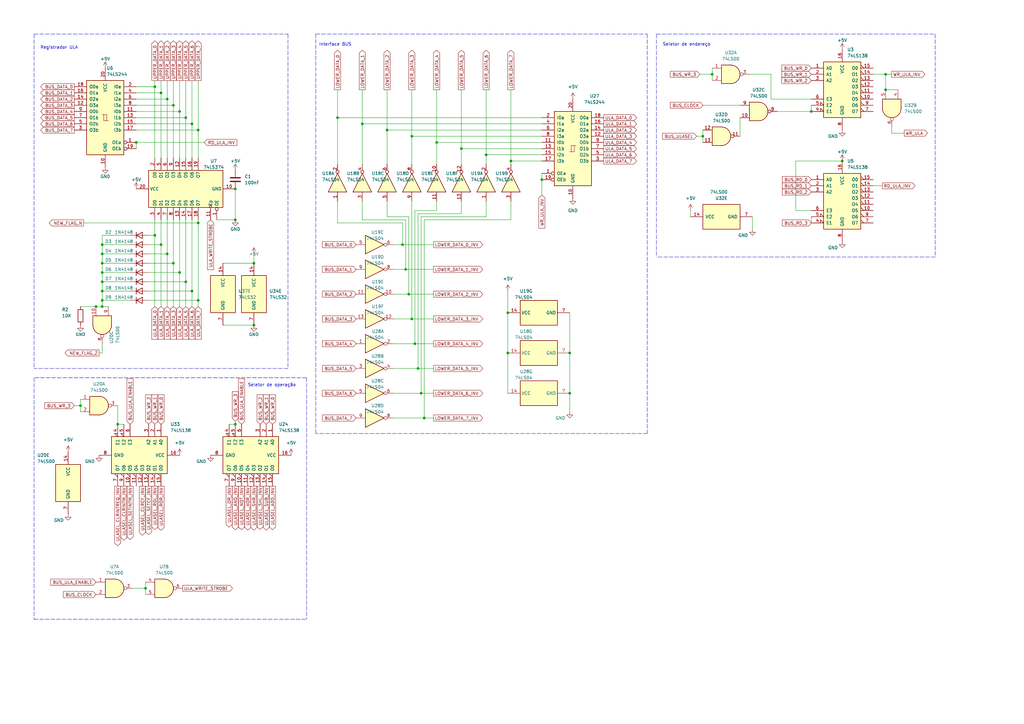
<source format=kicad_sch>
(kicad_sch (version 20211123) (generator eeschema)
  (paper "A3")
  (lib_symbols
    (symbol "74xx:74LS00" (pin_names (offset 1.016))
      (property "Reference" "U" (at 0 1.27 0))
      (property "Value" "74LS00" (at 0 -1.27 0))
      (symbol "74LS00_1_1"
        (pin input line (at -7.62 2.54 0) (length 3.81) (name "~") (number "1"))
        (pin input line (at -7.62 -2.54 0) (length 3.81) (name "~") (number "2"))
        (pin output inverted (at 7.62 0 180) (length 3.81) (name "~") (number "3"))
      )
      (symbol "74LS00_1_2"
        (pin input inverted (at -7.62 2.54 0) (length 4.318) (name "~") (number "1"))
        (pin input inverted (at -7.62 -2.54 0) (length 4.318) (name "~") (number "2"))
        (pin output line (at 7.62 0 180) (length 3.81) (name "~") (number "3"))
      )
      (symbol "74LS00_2_1"
        (pin input line (at -7.62 2.54 0) (length 3.81) (name "~") (number "4"))
        (pin input line (at -7.62 -2.54 0) (length 3.81) (name "~") (number "5"))
        (pin output inverted (at 7.62 0 180) (length 3.81) (name "~") (number "6"))
      )
      (symbol "74LS00_2_2"
        (pin input inverted (at -7.62 2.54 0) (length 4.318) (name "~") (number "4"))
        (pin input inverted (at -7.62 -2.54 0) (length 4.318) (name "~") (number "5"))
        (pin output line (at 7.62 0 180) (length 3.81) (name "~") (number "6"))
      )
      (symbol "74LS00_3_1"
        (pin input line (at -7.62 -2.54 0) (length 3.81) (name "~") (number "10"))
        (pin output inverted (at 7.62 0 180) (length 3.81) (name "~") (number "8"))
        (pin input line (at -7.62 2.54 0) (length 3.81) (name "~") (number "9"))
      )
      (symbol "74LS00_3_2"
        (pin input inverted (at -7.62 -2.54 0) (length 4.318) (name "~") (number "10"))
        (pin output line (at 7.62 0 180) (length 3.81) (name "~") (number "8"))
        (pin input inverted (at -7.62 2.54 0) (length 4.318) (name "~") (number "9"))
      )
      (symbol "74LS00_4_1"
        (pin output inverted (at 7.62 0 180) (length 3.81) (name "~") (number "11"))
        (pin input line (at -7.62 2.54 0) (length 3.81) (name "~") (number "12"))
        (pin input line (at -7.62 -2.54 0) (length 3.81) (name "~") (number "13"))
      )
      (symbol "74LS00_4_2"
        (pin output line (at 7.62 0 180) (length 3.81) (name "~") (number "11"))
        (pin input inverted (at -7.62 2.54 0) (length 4.318) (name "~") (number "12"))
        (pin input inverted (at -7.62 -2.54 0) (length 4.318) (name "~") (number "13"))
      )
      (symbol "74LS00_5_0"
        (pin power_in line (at 0 12.7 270) (length 5.08) (name "VCC") (number "14"))
        (pin power_in line (at 0 -12.7 90) (length 5.08) (name "GND") (number "7"))
      )
    )
    (symbol "74xx:74LS04"
      (property "Reference" "U" (at 0 1.27 0))
      (property "Value" "74LS04" (at 0 -1.27 0))
      (symbol "74LS04_1_0"
        (pin input line (at -7.62 0 0) (length 3.81) (name "~") (number "1"))
        (pin output inverted (at 7.62 0 180) (length 3.81) (name "~") (number "2"))
      )
      (symbol "74LS04_2_0"
        (pin input line (at -7.62 0 0) (length 3.81) (name "~") (number "3"))
        (pin output inverted (at 7.62 0 180) (length 3.81) (name "~") (number "4"))
      )
      (symbol "74LS04_3_0"
        (pin input line (at -7.62 0 0) (length 3.81) (name "~") (number "5"))
        (pin output inverted (at 7.62 0 180) (length 3.81) (name "~") (number "6"))
      )
      (symbol "74LS04_4_0"
        (pin output inverted (at 7.62 0 180) (length 3.81) (name "~") (number "8"))
        (pin input line (at -7.62 0 0) (length 3.81) (name "~") (number "9"))
      )
      (symbol "74LS04_5_0"
        (pin output inverted (at 7.62 0 180) (length 3.81) (name "~") (number "10"))
        (pin input line (at -7.62 0 0) (length 3.81) (name "~") (number "11"))
      )
      (symbol "74LS04_6_0"
        (pin output inverted (at 7.62 0 180) (length 3.81) (name "~") (number "12"))
        (pin input line (at -7.62 0 0) (length 3.81) (name "~") (number "13"))
      )
      (symbol "74LS04_7_0"
        (pin power_in line (at 0 12.7 270) (length 5.08) (name "VCC") (number "14"))
        (pin power_in line (at 0 -12.7 90) (length 5.08) (name "GND") (number "7"))
      )
    )
    (symbol "74xx:74LS08" (pin_names (offset 1.016))
      (property "Reference" "U" (at 0 1.27 0))
      (property "Value" "74LS08" (at 0 -1.27 0))
      (symbol "74LS08_1_1"
        (pin input line (at -7.62 2.54 0) (length 3.81) (name "~") (number "1"))
        (pin input line (at -7.62 -2.54 0) (length 3.81) (name "~") (number "2"))
        (pin output line (at 7.62 0 180) (length 3.81) (name "~") (number "3"))
      )
      (symbol "74LS08_1_2"
        (pin input inverted (at -7.62 2.54 0) (length 4.318) (name "~") (number "1"))
        (pin input inverted (at -7.62 -2.54 0) (length 4.318) (name "~") (number "2"))
        (pin output inverted (at 7.62 0 180) (length 3.81) (name "~") (number "3"))
      )
      (symbol "74LS08_2_1"
        (pin input line (at -7.62 2.54 0) (length 3.81) (name "~") (number "4"))
        (pin input line (at -7.62 -2.54 0) (length 3.81) (name "~") (number "5"))
        (pin output line (at 7.62 0 180) (length 3.81) (name "~") (number "6"))
      )
      (symbol "74LS08_2_2"
        (pin input inverted (at -7.62 2.54 0) (length 4.318) (name "~") (number "4"))
        (pin input inverted (at -7.62 -2.54 0) (length 4.318) (name "~") (number "5"))
        (pin output inverted (at 7.62 0 180) (length 3.81) (name "~") (number "6"))
      )
      (symbol "74LS08_3_1"
        (pin input line (at -7.62 -2.54 0) (length 3.81) (name "~") (number "10"))
        (pin output line (at 7.62 0 180) (length 3.81) (name "~") (number "8"))
        (pin input line (at -7.62 2.54 0) (length 3.81) (name "~") (number "9"))
      )
      (symbol "74LS08_3_2"
        (pin input inverted (at -7.62 -2.54 0) (length 4.318) (name "~") (number "10"))
        (pin output inverted (at 7.62 0 180) (length 3.81) (name "~") (number "8"))
        (pin input inverted (at -7.62 2.54 0) (length 4.318) (name "~") (number "9"))
      )
      (symbol "74LS08_4_1"
        (pin output line (at 7.62 0 180) (length 3.81) (name "~") (number "11"))
        (pin input line (at -7.62 2.54 0) (length 3.81) (name "~") (number "12"))
        (pin input line (at -7.62 -2.54 0) (length 3.81) (name "~") (number "13"))
      )
      (symbol "74LS08_4_2"
        (pin output inverted (at 7.62 0 180) (length 3.81) (name "~") (number "11"))
        (pin input inverted (at -7.62 2.54 0) (length 4.318) (name "~") (number "12"))
        (pin input inverted (at -7.62 -2.54 0) (length 4.318) (name "~") (number "13"))
      )
      (symbol "74LS08_5_0"
        (pin power_in line (at 0 12.7 270) (length 5.08) (name "VCC") (number "14"))
        (pin power_in line (at 0 -12.7 90) (length 5.08) (name "GND") (number "7"))
      )
    )
    (symbol "74xx:74LS138" (pin_names (offset 1.016))
      (property "Reference" "U" (at -7.62 11.43 0))
      (property "Value" "74LS138" (at -7.62 -13.97 0))
      (symbol "74LS138_1_0"
        (pin input line (at -12.7 7.62 0) (length 5.08) (name "A0") (number "1"))
        (pin output output_low (at 12.7 -5.08 180) (length 5.08) (name "O5") (number "10"))
        (pin output output_low (at 12.7 -2.54 180) (length 5.08) (name "O4") (number "11"))
        (pin output output_low (at 12.7 0 180) (length 5.08) (name "O3") (number "12"))
        (pin output output_low (at 12.7 2.54 180) (length 5.08) (name "O2") (number "13"))
        (pin output output_low (at 12.7 5.08 180) (length 5.08) (name "O1") (number "14"))
        (pin output output_low (at 12.7 7.62 180) (length 5.08) (name "O0") (number "15"))
        (pin power_in line (at 0 15.24 270) (length 5.08) (name "VCC") (number "16"))
        (pin input line (at -12.7 5.08 0) (length 5.08) (name "A1") (number "2"))
        (pin input line (at -12.7 2.54 0) (length 5.08) (name "A2") (number "3"))
        (pin input input_low (at -12.7 -10.16 0) (length 5.08) (name "E1") (number "4"))
        (pin input input_low (at -12.7 -7.62 0) (length 5.08) (name "E2") (number "5"))
        (pin input line (at -12.7 -5.08 0) (length 5.08) (name "E3") (number "6"))
        (pin output output_low (at 12.7 -10.16 180) (length 5.08) (name "O7") (number "7"))
        (pin power_in line (at 0 -17.78 90) (length 5.08) (name "GND") (number "8"))
        (pin output output_low (at 12.7 -7.62 180) (length 5.08) (name "O6") (number "9"))
      )
    )
    (symbol "74xx:74LS244" (pin_names (offset 1.016))
      (property "Reference" "U" (at -7.62 16.51 0))
      (property "Value" "74LS244" (at -7.62 -16.51 0))
      (symbol "74LS244_1_0"
        (pin input inverted (at -12.7 -10.16 0) (length 5.08) (name "OEa") (number "1"))
        (pin power_in line (at 0 -20.32 90) (length 5.08) (name "GND") (number "10"))
        (pin input line (at -12.7 2.54 0) (length 5.08) (name "I0b") (number "11"))
        (pin tri_state line (at 12.7 5.08 180) (length 5.08) (name "O3a") (number "12"))
        (pin input line (at -12.7 0 0) (length 5.08) (name "I1b") (number "13"))
        (pin tri_state line (at 12.7 7.62 180) (length 5.08) (name "O2a") (number "14"))
        (pin input line (at -12.7 -2.54 0) (length 5.08) (name "I2b") (number "15"))
        (pin tri_state line (at 12.7 10.16 180) (length 5.08) (name "O1a") (number "16"))
        (pin input line (at -12.7 -5.08 0) (length 5.08) (name "I3b") (number "17"))
        (pin tri_state line (at 12.7 12.7 180) (length 5.08) (name "O0a") (number "18"))
        (pin input inverted (at -12.7 -12.7 0) (length 5.08) (name "OEb") (number "19"))
        (pin input line (at -12.7 12.7 0) (length 5.08) (name "I0a") (number "2"))
        (pin power_in line (at 0 20.32 270) (length 5.08) (name "VCC") (number "20"))
        (pin tri_state line (at 12.7 -5.08 180) (length 5.08) (name "O3b") (number "3"))
        (pin input line (at -12.7 10.16 0) (length 5.08) (name "I1a") (number "4"))
        (pin tri_state line (at 12.7 -2.54 180) (length 5.08) (name "O2b") (number "5"))
        (pin input line (at -12.7 7.62 0) (length 5.08) (name "I2a") (number "6"))
        (pin tri_state line (at 12.7 0 180) (length 5.08) (name "O1b") (number "7"))
        (pin input line (at -12.7 5.08 0) (length 5.08) (name "I3a") (number "8"))
        (pin tri_state line (at 12.7 2.54 180) (length 5.08) (name "O0b") (number "9"))
      )
    )
    (symbol "74xx:74LS283" (pin_names (offset 1.016))
      (property "Reference" "U" (at -7.62 16.51 0))
      (property "Value" "74LS283" (at -7.62 -16.51 0))
      (symbol "74LS283_1_0"
        (pin output line (at 12.7 10.16 180) (length 5.08) (name "S2") (number "1"))
        (pin output line (at 12.7 5.08 180) (length 5.08) (name "S4") (number "10"))
        (pin input line (at -12.7 -12.7 0) (length 5.08) (name "B4") (number "11"))
        (pin input line (at -12.7 0 0) (length 5.08) (name "A4") (number "12"))
        (pin output line (at 12.7 7.62 180) (length 5.08) (name "S3") (number "13"))
        (pin input line (at -12.7 2.54 0) (length 5.08) (name "A3") (number "14"))
        (pin input line (at -12.7 -10.16 0) (length 5.08) (name "B3") (number "15"))
        (pin power_in line (at 0 20.32 270) (length 5.08) (name "VCC") (number "16"))
        (pin input line (at -12.7 -7.62 0) (length 5.08) (name "B2") (number "2"))
        (pin input line (at -12.7 5.08 0) (length 5.08) (name "A2") (number "3"))
        (pin output line (at 12.7 12.7 180) (length 5.08) (name "S1") (number "4"))
        (pin input line (at -12.7 7.62 0) (length 5.08) (name "A1") (number "5"))
        (pin input line (at -12.7 -5.08 0) (length 5.08) (name "B1") (number "6"))
        (pin input line (at -12.7 12.7 0) (length 5.08) (name "C0") (number "7"))
        (pin power_in line (at 0 -20.32 90) (length 5.08) (name "GND") (number "8"))
        (pin output line (at 12.7 0 180) (length 5.08) (name "C4") (number "9"))
      )
    )
    (symbol "74xx:74LS32" (pin_names (offset 1.016))
      (property "Reference" "U" (at 0 1.27 0))
      (property "Value" "74LS32" (at 0 -1.27 0))
      (symbol "74LS32_1_1"
        (pin input line (at -7.62 2.54 0) (length 4.318) (name "~") (number "1"))
        (pin input line (at -7.62 -2.54 0) (length 4.318) (name "~") (number "2"))
        (pin output line (at 7.62 0 180) (length 3.81) (name "~") (number "3"))
      )
      (symbol "74LS32_1_2"
        (pin input inverted (at -7.62 2.54 0) (length 3.81) (name "~") (number "1"))
        (pin input inverted (at -7.62 -2.54 0) (length 3.81) (name "~") (number "2"))
        (pin output inverted (at 7.62 0 180) (length 3.81) (name "~") (number "3"))
      )
      (symbol "74LS32_2_1"
        (pin input line (at -7.62 2.54 0) (length 4.318) (name "~") (number "4"))
        (pin input line (at -7.62 -2.54 0) (length 4.318) (name "~") (number "5"))
        (pin output line (at 7.62 0 180) (length 3.81) (name "~") (number "6"))
      )
      (symbol "74LS32_2_2"
        (pin input inverted (at -7.62 2.54 0) (length 3.81) (name "~") (number "4"))
        (pin input inverted (at -7.62 -2.54 0) (length 3.81) (name "~") (number "5"))
        (pin output inverted (at 7.62 0 180) (length 3.81) (name "~") (number "6"))
      )
      (symbol "74LS32_3_1"
        (pin input line (at -7.62 -2.54 0) (length 4.318) (name "~") (number "10"))
        (pin output line (at 7.62 0 180) (length 3.81) (name "~") (number "8"))
        (pin input line (at -7.62 2.54 0) (length 4.318) (name "~") (number "9"))
      )
      (symbol "74LS32_3_2"
        (pin input inverted (at -7.62 -2.54 0) (length 3.81) (name "~") (number "10"))
        (pin output inverted (at 7.62 0 180) (length 3.81) (name "~") (number "8"))
        (pin input inverted (at -7.62 2.54 0) (length 3.81) (name "~") (number "9"))
      )
      (symbol "74LS32_4_1"
        (pin output line (at 7.62 0 180) (length 3.81) (name "~") (number "11"))
        (pin input line (at -7.62 2.54 0) (length 4.318) (name "~") (number "12"))
        (pin input line (at -7.62 -2.54 0) (length 4.318) (name "~") (number "13"))
      )
      (symbol "74LS32_4_2"
        (pin output inverted (at 7.62 0 180) (length 3.81) (name "~") (number "11"))
        (pin input inverted (at -7.62 2.54 0) (length 3.81) (name "~") (number "12"))
        (pin input inverted (at -7.62 -2.54 0) (length 3.81) (name "~") (number "13"))
      )
      (symbol "74LS32_5_0"
        (pin power_in line (at 0 12.7 270) (length 5.08) (name "VCC") (number "14"))
        (pin power_in line (at 0 -12.7 90) (length 5.08) (name "GND") (number "7"))
      )
    )
    (symbol "74xx:74LS374"
      (property "Reference" "U" (at -7.62 16.51 0))
      (property "Value" "74LS374" (at -7.62 -16.51 0))
      (symbol "74LS374_1_0"
        (pin input inverted (at -12.7 -12.7 0) (length 5.08) (name "OE") (number "1"))
        (pin power_in line (at 0 -20.32 90) (length 5.08) (name "GND") (number "10"))
        (pin input clock (at -12.7 -10.16 0) (length 5.08) (name "Cp") (number "11"))
        (pin tri_state line (at 12.7 2.54 180) (length 5.08) (name "O4") (number "12"))
        (pin input line (at -12.7 2.54 0) (length 5.08) (name "D4") (number "13"))
        (pin input line (at -12.7 0 0) (length 5.08) (name "D5") (number "14"))
        (pin tri_state line (at 12.7 0 180) (length 5.08) (name "O5") (number "15"))
        (pin tri_state line (at 12.7 -2.54 180) (length 5.08) (name "O6") (number "16"))
        (pin input line (at -12.7 -2.54 0) (length 5.08) (name "D6") (number "17"))
        (pin input line (at -12.7 -5.08 0) (length 5.08) (name "D7") (number "18"))
        (pin tri_state line (at 12.7 -5.08 180) (length 5.08) (name "O7") (number "19"))
        (pin tri_state line (at 12.7 12.7 180) (length 5.08) (name "O0") (number "2"))
        (pin power_in line (at 0 20.32 270) (length 5.08) (name "VCC") (number "20"))
        (pin input line (at -12.7 12.7 0) (length 5.08) (name "D0") (number "3"))
        (pin input line (at -12.7 10.16 0) (length 5.08) (name "D1") (number "4"))
        (pin tri_state line (at 12.7 10.16 180) (length 5.08) (name "O1") (number "5"))
        (pin tri_state line (at 12.7 7.62 180) (length 5.08) (name "O2") (number "6"))
        (pin input line (at -12.7 7.62 0) (length 5.08) (name "D2") (number "7"))
        (pin input line (at -12.7 5.08 0) (length 5.08) (name "D3") (number "8"))
        (pin tri_state line (at 12.7 5.08 180) (length 5.08) (name "O3") (number "9"))
      )
    )
    (symbol "74xx:74LS74" (pin_names (offset 1.016))
      (property "Reference" "U" (at -7.62 8.89 0))
      (property "Value" "74LS74" (at -7.62 -8.89 0))
      (symbol "74LS74_1_0"
        (pin input line (at 0 -7.62 90) (length 2.54) (name "~{R}") (number "1"))
        (pin input line (at -7.62 2.54 0) (length 2.54) (name "D") (number "2"))
        (pin input clock (at -7.62 0 0) (length 2.54) (name "C") (number "3"))
        (pin input line (at 0 7.62 270) (length 2.54) (name "~{S}") (number "4"))
        (pin output line (at 7.62 2.54 180) (length 2.54) (name "Q") (number "5"))
        (pin output line (at 7.62 -2.54 180) (length 2.54) (name "~{Q}") (number "6"))
      )
      (symbol "74LS74_2_0"
        (pin input line (at 0 7.62 270) (length 2.54) (name "~{S}") (number "10"))
        (pin input clock (at -7.62 0 0) (length 2.54) (name "C") (number "11"))
        (pin input line (at -7.62 2.54 0) (length 2.54) (name "D") (number "12"))
        (pin input line (at 0 -7.62 90) (length 2.54) (name "~{R}") (number "13"))
        (pin output line (at 7.62 -2.54 180) (length 2.54) (name "~{Q}") (number "8"))
        (pin output line (at 7.62 2.54 180) (length 2.54) (name "Q") (number "9"))
      )
      (symbol "74LS74_3_0"
        (pin power_in line (at 0 10.16 270) (length 2.54) (name "VCC") (number "14"))
        (pin power_in line (at 0 -10.16 90) (length 2.54) (name "GND") (number "7"))
      )
    )
    (symbol "74xx:74LS86" (pin_names (offset 1.016))
      (property "Reference" "U" (at 0 1.27 0))
      (property "Value" "74LS86" (at 0 -1.27 0))
      (symbol "74LS86_1_0"
        (pin input line (at -7.62 2.54 0) (length 4.445) (name "~") (number "1"))
        (pin input line (at -7.62 -2.54 0) (length 4.445) (name "~") (number "2"))
        (pin output line (at 7.62 0 180) (length 3.81) (name "~") (number "3"))
      )
      (symbol "74LS86_2_0"
        (pin input line (at -7.62 2.54 0) (length 4.445) (name "~") (number "4"))
        (pin input line (at -7.62 -2.54 0) (length 4.445) (name "~") (number "5"))
        (pin output line (at 7.62 0 180) (length 3.81) (name "~") (number "6"))
      )
      (symbol "74LS86_3_0"
        (pin input line (at -7.62 -2.54 0) (length 4.445) (name "~") (number "10"))
        (pin output line (at 7.62 0 180) (length 3.81) (name "~") (number "8"))
        (pin input line (at -7.62 2.54 0) (length 4.445) (name "~") (number "9"))
      )
      (symbol "74LS86_4_0"
        (pin output line (at 7.62 0 180) (length 3.81) (name "~") (number "11"))
        (pin input line (at -7.62 2.54 0) (length 4.445) (name "~") (number "12"))
        (pin input line (at -7.62 -2.54 0) (length 4.445) (name "~") (number "13"))
      )
      (symbol "74LS86_5_0"
        (pin power_in line (at 0 12.7 270) (length 5.08) (name "VCC") (number "14"))
        (pin power_in line (at 0 -12.7 90) (length 5.08) (name "GND") (number "7"))
      )
    )
    (symbol "Connector_Generic:Conn_02x36_Top_Bottom" (pin_names (offset 1.016) hide)
      (property "Reference" "J" (at 1.27 45.72 0))
      (property "Value" "Conn_02x36_Top_Bottom" (at 1.27 -48.26 0))
      (symbol "Conn_02x36_Top_Bottom_1_1"
        (pin passive line (at -5.08 43.18 0) (length 3.81) (name "Pin_1") (number "1"))
        (pin passive line (at -5.08 20.32 0) (length 3.81) (name "Pin_10") (number "10"))
        (pin passive line (at -5.08 17.78 0) (length 3.81) (name "Pin_11") (number "11"))
        (pin passive line (at -5.08 15.24 0) (length 3.81) (name "Pin_12") (number "12"))
        (pin passive line (at -5.08 12.7 0) (length 3.81) (name "Pin_13") (number "13"))
        (pin passive line (at -5.08 10.16 0) (length 3.81) (name "Pin_14") (number "14"))
        (pin passive line (at -5.08 7.62 0) (length 3.81) (name "Pin_15") (number "15"))
        (pin passive line (at -5.08 5.08 0) (length 3.81) (name "Pin_16") (number "16"))
        (pin passive line (at -5.08 2.54 0) (length 3.81) (name "Pin_17") (number "17"))
        (pin passive line (at -5.08 0 0) (length 3.81) (name "Pin_18") (number "18"))
        (pin passive line (at -5.08 -2.54 0) (length 3.81) (name "Pin_19") (number "19"))
        (pin passive line (at -5.08 40.64 0) (length 3.81) (name "Pin_2") (number "2"))
        (pin passive line (at -5.08 -5.08 0) (length 3.81) (name "Pin_20") (number "20"))
        (pin passive line (at -5.08 -7.62 0) (length 3.81) (name "Pin_21") (number "21"))
        (pin passive line (at -5.08 -10.16 0) (length 3.81) (name "Pin_22") (number "22"))
        (pin passive line (at -5.08 -12.7 0) (length 3.81) (name "Pin_23") (number "23"))
        (pin passive line (at -5.08 -15.24 0) (length 3.81) (name "Pin_24") (number "24"))
        (pin passive line (at -5.08 -17.78 0) (length 3.81) (name "Pin_25") (number "25"))
        (pin passive line (at -5.08 -20.32 0) (length 3.81) (name "Pin_26") (number "26"))
        (pin passive line (at -5.08 -22.86 0) (length 3.81) (name "Pin_27") (number "27"))
        (pin passive line (at -5.08 -25.4 0) (length 3.81) (name "Pin_28") (number "28"))
        (pin passive line (at -5.08 -27.94 0) (length 3.81) (name "Pin_29") (number "29"))
        (pin passive line (at -5.08 38.1 0) (length 3.81) (name "Pin_3") (number "3"))
        (pin passive line (at -5.08 -30.48 0) (length 3.81) (name "Pin_30") (number "30"))
        (pin passive line (at -5.08 -33.02 0) (length 3.81) (name "Pin_31") (number "31"))
        (pin passive line (at -5.08 -35.56 0) (length 3.81) (name "Pin_32") (number "32"))
        (pin passive line (at -5.08 -38.1 0) (length 3.81) (name "Pin_33") (number "33"))
        (pin passive line (at -5.08 -40.64 0) (length 3.81) (name "Pin_34") (number "34"))
        (pin passive line (at -5.08 -43.18 0) (length 3.81) (name "Pin_35") (number "35"))
        (pin passive line (at -5.08 -45.72 0) (length 3.81) (name "Pin_36") (number "36"))
        (pin passive line (at 7.62 43.18 180) (length 3.81) (name "Pin_37") (number "37"))
        (pin passive line (at 7.62 40.64 180) (length 3.81) (name "Pin_38") (number "38"))
        (pin passive line (at 7.62 38.1 180) (length 3.81) (name "Pin_39") (number "39"))
        (pin passive line (at -5.08 35.56 0) (length 3.81) (name "Pin_4") (number "4"))
        (pin passive line (at 7.62 35.56 180) (length 3.81) (name "Pin_40") (number "40"))
        (pin passive line (at 7.62 33.02 180) (length 3.81) (name "Pin_41") (number "41"))
        (pin passive line (at 7.62 30.48 180) (length 3.81) (name "Pin_42") (number "42"))
        (pin passive line (at 7.62 27.94 180) (length 3.81) (name "Pin_43") (number "43"))
        (pin passive line (at 7.62 25.4 180) (length 3.81) (name "Pin_44") (number "44"))
        (pin passive line (at 7.62 22.86 180) (length 3.81) (name "Pin_45") (number "45"))
        (pin passive line (at 7.62 20.32 180) (length 3.81) (name "Pin_46") (number "46"))
        (pin passive line (at 7.62 17.78 180) (length 3.81) (name "Pin_47") (number "47"))
        (pin passive line (at 7.62 15.24 180) (length 3.81) (name "Pin_48") (number "48"))
        (pin passive line (at 7.62 12.7 180) (length 3.81) (name "Pin_49") (number "49"))
        (pin passive line (at -5.08 33.02 0) (length 3.81) (name "Pin_5") (number "5"))
        (pin passive line (at 7.62 10.16 180) (length 3.81) (name "Pin_50") (number "50"))
        (pin passive line (at 7.62 7.62 180) (length 3.81) (name "Pin_51") (number "51"))
        (pin passive line (at 7.62 5.08 180) (length 3.81) (name "Pin_52") (number "52"))
        (pin passive line (at 7.62 2.54 180) (length 3.81) (name "Pin_53") (number "53"))
        (pin passive line (at 7.62 0 180) (length 3.81) (name "Pin_54") (number "54"))
        (pin passive line (at 7.62 -2.54 180) (length 3.81) (name "Pin_55") (number "55"))
        (pin passive line (at 7.62 -5.08 180) (length 3.81) (name "Pin_56") (number "56"))
        (pin passive line (at 7.62 -7.62 180) (length 3.81) (name "Pin_57") (number "57"))
        (pin passive line (at 7.62 -10.16 180) (length 3.81) (name "Pin_58") (number "58"))
        (pin passive line (at 7.62 -12.7 180) (length 3.81) (name "Pin_59") (number "59"))
        (pin passive line (at -5.08 30.48 0) (length 3.81) (name "Pin_6") (number "6"))
        (pin passive line (at 7.62 -15.24 180) (length 3.81) (name "Pin_60") (number "60"))
        (pin passive line (at 7.62 -17.78 180) (length 3.81) (name "Pin_61") (number "61"))
        (pin passive line (at 7.62 -20.32 180) (length 3.81) (name "Pin_62") (number "62"))
        (pin passive line (at 7.62 -22.86 180) (length 3.81) (name "Pin_63") (number "63"))
        (pin passive line (at 7.62 -25.4 180) (length 3.81) (name "Pin_64") (number "64"))
        (pin passive line (at 7.62 -27.94 180) (length 3.81) (name "Pin_65") (number "65"))
        (pin passive line (at 7.62 -30.48 180) (length 3.81) (name "Pin_66") (number "66"))
        (pin passive line (at 7.62 -33.02 180) (length 3.81) (name "Pin_67") (number "67"))
        (pin passive line (at 7.62 -35.56 180) (length 3.81) (name "Pin_68") (number "68"))
        (pin passive line (at 7.62 -38.1 180) (length 3.81) (name "Pin_69") (number "69"))
        (pin passive line (at -5.08 27.94 0) (length 3.81) (name "Pin_7") (number "7"))
        (pin passive line (at 7.62 -40.64 180) (length 3.81) (name "Pin_70") (number "70"))
        (pin passive line (at 7.62 -43.18 180) (length 3.81) (name "Pin_71") (number "71"))
        (pin passive line (at 7.62 -45.72 180) (length 3.81) (name "Pin_72") (number "72"))
        (pin passive line (at -5.08 25.4 0) (length 3.81) (name "Pin_8") (number "8"))
        (pin passive line (at -5.08 22.86 0) (length 3.81) (name "Pin_9") (number "9"))
      )
    )
    (symbol "Device:C" (pin_numbers hide) (pin_names (offset 0.254))
      (property "Reference" "C" (at 0.635 2.54 0))
      (property "Value" "C" (at 0.635 -2.54 0))
      (symbol "C_1_1"
        (pin passive line (at 0 3.81 270) (length 2.794) (name "~") (number "1"))
        (pin passive line (at 0 -3.81 90) (length 2.794) (name "~") (number "2"))
      )
    )
    (symbol "Device:LED" (pin_numbers hide) (pin_names (offset 1.016) hide)
      (property "Reference" "D" (at 0 2.54 0))
      (property "Value" "LED" (at 0 -2.54 0))
      (symbol "LED_1_1"
        (pin passive line (at -3.81 0 0) (length 2.54) (name "K") (number "1"))
        (pin passive line (at 3.81 0 180) (length 2.54) (name "A") (number "2"))
      )
    )
    (symbol "Device:R" (pin_numbers hide) (pin_names (offset 0))
      (property "Reference" "R" (at 2.032 0 90))
      (property "Value" "R" (at 0 0 90))
      (symbol "R_1_1"
        (pin passive line (at 0 3.81 270) (length 1.27) (name "~") (number "1"))
        (pin passive line (at 0 -3.81 90) (length 1.27) (name "~") (number "2"))
      )
    )
    (symbol "Diode:1N4148" (pin_numbers hide) (pin_names (offset 1.016) hide)
      (property "Reference" "D" (at 0 2.54 0))
      (property "Value" "1N4148" (at 0 -2.54 0))
      (symbol "1N4148_1_1"
        (pin passive line (at -3.81 0 0) (length 2.54) (name "K") (number "1"))
        (pin passive line (at 3.81 0 180) (length 2.54) (name "A") (number "2"))
      )
    )
    (symbol "power:+5V" (power) (pin_names (offset 0))
      (property "Value" "+5V" (at 0 3.556 0))
      (symbol "+5V_1_1"
        (pin power_in line (at 0 0 90) (length 0) hide (name "+5V") (number "1"))
      )
    )
    (symbol "power:GND" (power) (pin_names (offset 0))
      (property "Value" "GND" (at 0 -3.81 0))
      (symbol "GND_1_1"
        (pin power_in line (at 0 0 270) (length 0) hide (name "GND") (number "1"))
      )
    )
  )
  (junction (at 356.87 360.68))
  (junction (at 332.74 45.72))
  (junction (at 189.23 60.96))
  (junction (at 96.52 173.99))
  (junction (at 412.75 360.68))
  (junction (at 713.74 36.83))
  (junction (at 208.28 128.27))
  (junction (at 300.99 353.06))
  (junction (at 78.74 50.8))
  (junction (at 59.69 241.3))
  (junction (at 63.5 35.56))
  (junction (at 73.66 45.72))
  (junction (at 81.28 53.34))
  (junction (at 165.1 100.33))
  (junction (at 41.91 111.76))
  (junction (at 68.58 40.64))
  (junction (at 138.43 48.26))
  (junction (at 222.25 73.66))
  (junction (at 55.88 58.42))
  (junction (at 39.37 125.73))
  (junction (at 168.91 55.88))
  (junction (at 48.26 173.99))
  (junction (at 300.99 368.3))
  (junction (at 148.59 50.8))
  (junction (at 81.28 123.19))
  (junction (at 173.99 171.45))
  (junction (at 41.91 119.38))
  (junction (at 63.5 96.52))
  (junction (at 179.07 58.42))
  (junction (at 171.45 151.13))
  (junction (at 323.85 347.98))
  (junction (at 292.1 30.48))
  (junction (at 96.52 77.47))
  (junction (at 41.91 123.19))
  (junction (at 96.52 90.17))
  (junction (at 359.41 347.98))
  (junction (at 76.2 115.57))
  (junction (at 41.91 100.33))
  (junction (at 170.18 140.97))
  (junction (at 167.64 120.65))
  (junction (at 81.28 91.44))
  (junction (at 588.01 40.64))
  (junction (at 71.12 107.95))
  (junction (at 66.04 38.1))
  (junction (at 78.74 119.38))
  (junction (at 690.88 40.64))
  (junction (at 76.2 48.26))
  (junction (at 288.29 55.88))
  (junction (at 208.28 144.78))
  (junction (at 73.66 111.76))
  (junction (at 68.58 104.14))
  (junction (at 104.14 133.35))
  (junction (at 33.02 166.37))
  (junction (at 41.91 107.95))
  (junction (at 41.91 125.73))
  (junction (at 363.22 36.83))
  (junction (at 158.75 53.34))
  (junction (at 233.68 144.78))
  (junction (at 66.04 100.33))
  (junction (at 233.68 161.29))
  (junction (at 104.14 107.95))
  (junction (at 209.55 66.04))
  (junction (at 41.91 104.14))
  (junction (at 788.67 40.64))
  (junction (at 71.12 43.18))
  (junction (at 363.22 30.48))
  (junction (at 450.85 40.64))
  (junction (at 41.91 115.57))
  (junction (at 166.37 110.49))
  (junction (at 345.44 66.04))
  (junction (at 172.72 161.29))
  (junction (at 168.91 130.81))
  (junction (at 199.39 63.5))
  (junction (at 519.43 40.64))
  (wire (pts (xy 598.17 40.64) (xy 598.17 124.46)))
  (wire (pts (xy 73.66 45.72) (xy 73.66 64.77)))
  (wire (pts (xy 608.33 76.2) (xy 593.09 76.2)))
  (polyline (pts (xy 627.38 100.33) (xy 627.38 162.56)))
  (wire (pts (xy 60.96 107.95) (xy 71.12 107.95)))
  (wire (pts (xy 680.72 45.72) (xy 680.72 40.64)))
  (wire (pts (xy 466.09 40.64) (xy 466.09 100.33)))
  (wire (pts (xy 590.55 40.64) (xy 588.01 40.64)))
  (wire (pts (xy 168.91 130.81) (xy 161.29 130.81)))
  (wire (pts (xy 165.1 100.33) (xy 177.8 100.33)))
  (wire (pts (xy 605.79 88.9) (xy 593.09 88.9)))
  (wire (pts (xy 41.91 111.76) (xy 41.91 107.95)))
  (wire (pts (xy 654.05 49.53) (xy 676.91 49.53)))
  (polyline (pts (xy 675.64 162.56) (xy 627.38 162.56)))
  (wire (pts (xy 698.5 44.45) (xy 713.74 44.45)))
  (wire (pts (xy 158.75 82.55) (xy 158.75 88.9)))
  (wire (pts (xy 41.91 107.95) (xy 41.91 104.14)))
  (wire (pts (xy 458.47 40.64) (xy 458.47 137.16)))
  (wire (pts (xy 778.51 45.72) (xy 778.51 40.64)))
  (wire (pts (xy 158.75 88.9) (xy 167.64 88.9)))
  (wire (pts (xy 359.41 360.68) (xy 360.68 360.68)))
  (wire (pts (xy 208.28 128.27) (xy 208.28 144.78)))
  (wire (pts (xy 73.66 111.76) (xy 73.66 125.73)))
  (wire (pts (xy 453.39 40.64) (xy 450.85 40.64)))
  (wire (pts (xy 199.39 36.83) (xy 199.39 63.5)))
  (wire (pts (xy 138.43 91.44) (xy 165.1 91.44)))
  (wire (pts (xy 331.47 341.63) (xy 331.47 347.98)))
  (wire (pts (xy 341.63 341.63) (xy 341.63 347.98)))
  (wire (pts (xy 741.68 49.53) (xy 741.68 41.91)))
  (wire (pts (xy 209.55 66.04) (xy 209.55 67.31)))
  (wire (pts (xy 534.67 40.64) (xy 534.67 100.33)))
  (polyline (pts (xy 487.68 0) (xy 487.68 163.83)))
  (wire (pts (xy 539.75 76.2) (xy 524.51 76.2)))
  (wire (pts (xy 73.66 90.17) (xy 73.66 111.76)))
  (wire (pts (xy 641.35 49.53) (xy 641.35 40.64)))
  (wire (pts (xy 593.09 212.09) (xy 590.55 212.09)))
  (wire (pts (xy 786.13 40.64) (xy 788.67 40.64)))
  (wire (pts (xy 167.64 88.9) (xy 167.64 120.65)))
  (polyline (pts (xy 383.54 13.97) (xy 383.54 105.41)))
  (wire (pts (xy 76.2 90.17) (xy 76.2 115.57)))
  (wire (pts (xy 774.7 49.53) (xy 774.7 74.93)))
  (wire (pts (xy 41.91 123.19) (xy 41.91 119.38)))
  (wire (pts (xy 138.43 82.55) (xy 138.43 91.44)))
  (wire (pts (xy 287.02 30.48) (xy 292.1 30.48)))
  (wire (pts (xy 283.21 86.36) (xy 283.21 88.9)))
  (wire (pts (xy 138.43 36.83) (xy 138.43 48.26)))
  (wire (pts (xy 534.67 100.33) (xy 524.51 100.33)))
  (wire (pts (xy 774.7 74.93) (xy 783.59 74.93)))
  (wire (pts (xy 60.96 111.76) (xy 73.66 111.76)))
  (wire (pts (xy 670.56 43.18) (xy 670.56 40.64)))
  (wire (pts (xy 189.23 60.96) (xy 189.23 67.31)))
  (wire (pts (xy 588.01 40.64) (xy 579.12 40.64)))
  (wire (pts (xy 361.95 360.68) (xy 361.95 367.03)))
  (wire (pts (xy 648.97 49.53) (xy 648.97 44.45)))
  (wire (pts (xy 308.61 93.98) (xy 308.61 88.9)))
  (wire (pts (xy 68.58 40.64) (xy 68.58 64.77)))
  (wire (pts (xy 363.22 30.48) (xy 365.76 30.48)))
  (wire (pts (xy 63.5 90.17) (xy 63.5 96.52)))
  (wire (pts (xy 55.88 45.72) (xy 73.66 45.72)))
  (wire (pts (xy 173.99 90.17) (xy 173.99 171.45)))
  (wire (pts (xy 796.29 49.53) (xy 796.29 44.45)))
  (wire (pts (xy 358.14 347.98) (xy 358.14 360.68)))
  (wire (pts (xy 96.52 172.72) (xy 96.52 173.99)))
  (wire (pts (xy 209.55 66.04) (xy 222.25 66.04)))
  (wire (pts (xy 172.72 161.29) (xy 161.29 161.29)))
  (polyline (pts (xy 627.38 100.33) (xy 675.64 100.33)))
  (polyline (pts (xy 490.22 0) (xy 490.22 163.83)))
  (wire (pts (xy 741.68 41.91) (xy 765.81 41.91)))
  (wire (pts (xy 68.58 33.02) (xy 68.58 40.64)))
  (wire (pts (xy 775.97 46.99) (xy 775.97 40.64)))
  (polyline (pts (xy 472.44 168.91) (xy 472.44 231.14)))
  (polyline (pts (xy 721.36 0) (xy 721.36 97.79)))
  (wire (pts (xy 295.91 368.3) (xy 300.99 368.3)))
  (wire (pts (xy 641.35 40.64) (xy 665.48 40.64)))
  (wire (pts (xy 476.25 40.64) (xy 476.25 50.8)))
  (wire (pts (xy 685.8 49.53) (xy 685.8 48.26)))
  (wire (pts (xy 138.43 48.26) (xy 138.43 67.31)))
  (wire (pts (xy 88.9 90.17) (xy 96.52 90.17)))
  (wire (pts (xy 389.89 360.68) (xy 389.89 367.03)))
  (polyline (pts (xy 487.68 163.83) (xy 421.64 163.83)))
  (wire (pts (xy 397.51 360.68) (xy 397.51 367.03)))
  (wire (pts (xy 788.67 40.64) (xy 791.21 40.64)))
  (wire (pts (xy 148.59 36.83) (xy 148.59 50.8)))
  (wire (pts (xy 415.29 347.98) (xy 415.29 360.68)))
  (wire (pts (xy 318.77 45.72) (xy 332.74 45.72)))
  (wire (pts (xy 814.07 44.45) (xy 814.07 40.64)))
  (wire (pts (xy 339.09 360.68) (xy 339.09 367.03)))
  (wire (pts (xy 189.23 36.83) (xy 189.23 60.96)))
  (wire (pts (xy 668.02 41.91) (xy 668.02 40.64)))
  (wire (pts (xy 316.23 40.64) (xy 316.23 30.48)))
  (wire (pts (xy 66.04 33.02) (xy 66.04 38.1)))
  (wire (pts (xy 690.88 40.64) (xy 693.42 40.64)))
  (wire (pts (xy 728.98 194.31) (xy 741.68 194.31)))
  (wire (pts (xy 783.59 49.53) (xy 783.59 48.26)))
  (wire (pts (xy 233.68 168.91) (xy 233.68 161.29)))
  (wire (pts (xy 382.27 341.63) (xy 382.27 347.98)))
  (wire (pts (xy 358.14 30.48) (xy 363.22 30.48)))
  (wire (pts (xy 412.75 347.98) (xy 415.29 347.98)))
  (wire (pts (xy 527.05 40.64) (xy 527.05 137.16)))
  (wire (pts (xy 600.71 40.64) (xy 600.71 111.76)))
  (polyline (pts (xy 421.64 0) (xy 487.68 0)))
  (wire (pts (xy 138.43 48.26) (xy 222.25 48.26)))
  (polyline (pts (xy 118.11 151.13) (xy 13.97 151.13)))
  (wire (pts (xy 532.13 40.64) (xy 532.13 111.76)))
  (wire (pts (xy 648.97 44.45) (xy 673.1 44.45)))
  (wire (pts (xy 688.34 46.99) (xy 678.18 46.99)))
  (wire (pts (xy 360.68 347.98) (xy 359.41 347.98)))
  (polyline (pts (xy 520.7 231.14) (xy 472.44 231.14)))
  (wire (pts (xy 73.66 33.02) (xy 73.66 45.72)))
  (wire (pts (xy 410.21 341.63) (xy 410.21 347.98)))
  (wire (pts (xy 643.89 41.91) (xy 668.02 41.91)))
  (wire (pts (xy 394.97 360.68) (xy 394.97 367.03)))
  (wire (pts (xy 41.91 115.57) (xy 53.34 115.57)))
  (wire (pts (xy 539.75 40.64) (xy 539.75 76.2)))
  (wire (pts (xy 392.43 360.68) (xy 392.43 367.03)))
  (wire (pts (xy 369.57 360.68) (xy 369.57 367.03)))
  (wire (pts (xy 344.17 360.68) (xy 344.17 367.03)))
  (wire (pts (xy 316.23 30.48) (xy 307.34 30.48)))
  (polyline (pts (xy 631.19 168.91) (xy 631.19 231.14)))
  (wire (pts (xy 473.71 40.64) (xy 473.71 63.5)))
  (polyline (pts (xy 13.97 154.94) (xy 13.97 254)))
  (polyline (pts (xy 118.11 13.97) (xy 118.11 151.13)))
  (wire (pts (xy 209.55 36.83) (xy 209.55 66.04)))
  (wire (pts (xy 76.2 48.26) (xy 76.2 64.77)))
  (wire (pts (xy 537.21 40.64) (xy 537.21 88.9)))
  (wire (pts (xy 55.88 43.18) (xy 71.12 43.18)))
  (wire (pts (xy 468.63 40.64) (xy 468.63 88.9)))
  (wire (pts (xy 613.41 40.64) (xy 613.41 50.8)))
  (polyline (pts (xy 472.44 168.91) (xy 520.7 168.91)))
  (wire (pts (xy 168.91 55.88) (xy 222.25 55.88)))
  (wire (pts (xy 332.74 86.36) (xy 326.39 86.36)))
  (polyline (pts (xy 469.9 168.91) (xy 469.9 231.14)))
  (wire (pts (xy 41.91 96.52) (xy 53.34 96.52)))
  (polyline (pts (xy 129.54 13.97) (xy 265.43 13.97)))
  (wire (pts (xy 332.74 43.18) (xy 332.74 45.72)))
  (wire (pts (xy 48.26 166.37) (xy 48.26 173.99)))
  (wire (pts (xy 320.04 360.68) (xy 320.04 347.98)))
  (wire (pts (xy 168.91 36.83) (xy 168.91 55.88)))
  (wire (pts (xy 288.29 43.18) (xy 303.53 43.18)))
  (wire (pts (xy 66.04 90.17) (xy 66.04 100.33)))
  (polyline (pts (xy 129.54 177.8) (xy 129.54 13.97)))
  (wire (pts (xy 158.75 53.34) (xy 222.25 53.34)))
  (wire (pts (xy 773.43 48.26) (xy 773.43 40.64)))
  (wire (pts (xy 610.87 63.5) (xy 593.09 63.5)))
  (wire (pts (xy 55.88 48.26) (xy 76.2 48.26)))
  (wire (pts (xy 41.91 115.57) (xy 41.91 111.76)))
  (polyline (pts (xy 721.36 0) (xy 627.38 0)))
  (polyline (pts (xy 819.15 0) (xy 725.17 0)))
  (wire (pts (xy 471.17 76.2) (xy 455.93 76.2)))
  (polyline (pts (xy 556.26 0) (xy 556.26 163.83)))
  (wire (pts (xy 770.89 44.45) (xy 770.89 40.64)))
  (wire (pts (xy 60.96 100.33) (xy 66.04 100.33)))
  (wire (pts (xy 450.85 40.64) (xy 441.96 40.64)))
  (wire (pts (xy 542.29 63.5) (xy 524.51 63.5)))
  (wire (pts (xy 148.59 90.17) (xy 166.37 90.17)))
  (wire (pts (xy 690.88 49.53) (xy 690.88 45.72)))
  (polyline (pts (xy 269.24 13.97) (xy 383.54 13.97)))
  (wire (pts (xy 172.72 161.29) (xy 177.8 161.29)))
  (wire (pts (xy 168.91 130.81) (xy 177.8 130.81)))
  (wire (pts (xy 41.91 104.14) (xy 53.34 104.14)))
  (wire (pts (xy 171.45 151.13) (xy 177.8 151.13)))
  (wire (pts (xy 41.91 107.95) (xy 53.34 107.95)))
  (wire (pts (xy 744.22 43.18) (xy 768.35 43.18)))
  (wire (pts (xy 783.59 48.26) (xy 773.43 48.26)))
  (wire (pts (xy 346.71 341.63) (xy 346.71 347.98)))
  (wire (pts (xy 172.72 88.9) (xy 172.72 161.29)))
  (wire (pts (xy 179.07 58.42) (xy 222.25 58.42)))
  (wire (pts (xy 63.5 35.56) (xy 63.5 64.77)))
  (wire (pts (xy 78.74 33.02) (xy 78.74 50.8)))
  (wire (pts (xy 379.73 341.63) (xy 379.73 347.98)))
  (wire (pts (xy 41.91 144.78) (xy 40.64 144.78)))
  (wire (pts (xy 372.11 341.63) (xy 372.11 347.98)))
  (wire (pts (xy 791.21 44.45) (xy 781.05 44.45)))
  (polyline (pts (xy 558.8 0) (xy 558.8 163.83)))
  (polyline (pts (xy 520.7 168.91) (xy 520.7 231.14)))
  (polyline (pts (xy 421.64 0) (xy 421.64 163.83)))
  (wire (pts (xy 71.12 90.17) (xy 71.12 107.95)))
  (wire (pts (xy 55.88 40.64) (xy 68.58 40.64)))
  (polyline (pts (xy 490.22 0) (xy 556.26 0)))
  (wire (pts (xy 199.39 63.5) (xy 222.25 63.5)))
  (wire (pts (xy 33.02 125.73) (xy 39.37 125.73)))
  (wire (pts (xy 78.74 90.17) (xy 78.74 119.38)))
  (wire (pts (xy 166.37 110.49) (xy 177.8 110.49)))
  (wire (pts (xy 328.93 360.68) (xy 328.93 367.03)))
  (wire (pts (xy 170.18 140.97) (xy 161.29 140.97)))
  (wire (pts (xy 171.45 151.13) (xy 161.29 151.13)))
  (wire (pts (xy 208.28 119.38) (xy 208.28 128.27)))
  (wire (pts (xy 167.64 120.65) (xy 177.8 120.65)))
  (wire (pts (xy 377.19 360.68) (xy 377.19 367.03)))
  (wire (pts (xy 646.43 49.53) (xy 646.43 43.18)))
  (wire (pts (xy 524.51 137.16) (xy 527.05 137.16)))
  (wire (pts (xy 746.76 49.53) (xy 746.76 44.45)))
  (wire (pts (xy 772.16 66.04) (xy 772.16 62.23)))
  (wire (pts (xy 372.11 360.68) (xy 372.11 367.03)))
  (polyline (pts (xy 576.58 231.14) (xy 523.24 231.14)))
  (wire (pts (xy 39.37 125.73) (xy 41.91 125.73)))
  (wire (pts (xy 739.14 49.53) (xy 739.14 40.64)))
  (wire (pts (xy 66.04 38.1) (xy 66.04 64.77)))
  (wire (pts (xy 532.13 111.76) (xy 524.51 111.76)))
  (wire (pts (xy 165.1 100.33) (xy 161.29 100.33)))
  (polyline (pts (xy 556.26 163.83) (xy 490.22 163.83)))
  (wire (pts (xy 461.01 40.64) (xy 461.01 124.46)))
  (wire (pts (xy 71.12 33.02) (xy 71.12 43.18)))
  (wire (pts (xy 179.07 58.42) (xy 179.07 67.31)))
  (wire (pts (xy 389.89 341.63) (xy 389.89 347.98)))
  (wire (pts (xy 71.12 107.95) (xy 71.12 125.73)))
  (polyline (pts (xy 265.43 177.8) (xy 129.54 177.8)))
  (wire (pts (xy 400.05 341.63) (xy 400.05 347.98)))
  (wire (pts (xy 336.55 360.68) (xy 336.55 367.03)))
  (wire (pts (xy 288.29 55.88) (xy 288.29 58.42)))
  (wire (pts (xy 158.75 53.34) (xy 158.75 67.31)))
  (wire (pts (xy 334.01 360.68) (xy 334.01 367.03)))
  (wire (pts (xy 711.2 36.83) (xy 713.74 36.83)))
  (wire (pts (xy 363.22 36.83) (xy 368.3 36.83)))
  (wire (pts (xy 173.99 171.45) (xy 161.29 171.45)))
  (wire (pts (xy 374.65 360.68) (xy 374.65 367.03)))
  (polyline (pts (xy 383.54 105.41) (xy 269.24 105.41)))
  (wire (pts (xy 791.21 49.53) (xy 791.21 44.45)))
  (wire (pts (xy 320.04 347.98) (xy 323.85 347.98)))
  (wire (pts (xy 233.68 128.27) (xy 233.68 144.78)))
  (wire (pts (xy 323.85 360.68) (xy 320.04 360.68)))
  (polyline (pts (xy 125.73 154.94) (xy 125.73 254)))
  (wire (pts (xy 158.75 36.83) (xy 158.75 53.34)))
  (wire (pts (xy 356.87 347.98) (xy 358.14 347.98)))
  (wire (pts (xy 189.23 87.63) (xy 171.45 87.63)))
  (wire (pts (xy 41.91 111.76) (xy 53.34 111.76)))
  (wire (pts (xy 363.22 30.48) (xy 363.22 36.83)))
  (wire (pts (xy 78.74 119.38) (xy 78.74 125.73)))
  (polyline (pts (xy 819.15 0) (xy 819.15 97.79)))
  (wire (pts (xy 486.41 212.09) (xy 483.87 212.09)))
  (polyline (pts (xy 125.73 154.94) (xy 13.97 154.94)))
  (polyline (pts (xy 13.97 13.97) (xy 118.11 13.97)))
  (wire (pts (xy 641.35 140.97) (xy 638.81 140.97)))
  (wire (pts (xy 41.91 125.73) (xy 44.45 125.73)))
  (wire (pts (xy 838.2 203.2) (xy 847.09 203.2)))
  (wire (pts (xy 377.19 341.63) (xy 377.19 347.98)))
  (wire (pts (xy 593.09 137.16) (xy 595.63 137.16)))
  (polyline (pts (xy 725.17 97.79) (xy 819.15 97.79)))
  (wire (pts (xy 34.29 91.44) (xy 81.28 91.44)))
  (wire (pts (xy 285.75 55.88) (xy 288.29 55.88)))
  (wire (pts (xy 595.63 40.64) (xy 595.63 137.16)))
  (wire (pts (xy 786.13 49.53) (xy 786.13 46.99)))
  (wire (pts (xy 394.97 341.63) (xy 394.97 347.98)))
  (wire (pts (xy 41.91 119.38) (xy 53.34 119.38)))
  (wire (pts (xy 60.96 104.14) (xy 68.58 104.14)))
  (wire (pts (xy 746.76 44.45) (xy 770.89 44.45)))
  (wire (pts (xy 170.18 86.36) (xy 170.18 140.97)))
  (wire (pts (xy 698.5 49.53) (xy 698.5 44.45)))
  (wire (pts (xy 463.55 111.76) (xy 455.93 111.76)))
  (wire (pts (xy 605.79 40.64) (xy 605.79 88.9)))
  (wire (pts (xy 148.59 82.55) (xy 148.59 90.17)))
  (wire (pts (xy 199.39 63.5) (xy 199.39 67.31)))
  (wire (pts (xy 41.91 125.73) (xy 41.91 123.19)))
  (wire (pts (xy 675.64 48.26) (xy 675.64 40.64)))
  (wire (pts (xy 468.63 88.9) (xy 455.93 88.9)))
  (wire (pts (xy 613.41 50.8) (xy 593.09 50.8)))
  (wire (pts (xy 50.8 173.99) (xy 48.26 173.99)))
  (wire (pts (xy 168.91 82.55) (xy 168.91 130.81)))
  (wire (pts (xy 199.39 88.9) (xy 199.39 82.55)))
  (wire (pts (xy 678.18 46.99) (xy 678.18 40.64)))
  (wire (pts (xy 168.91 55.88) (xy 168.91 67.31)))
  (wire (pts (xy 466.09 100.33) (xy 455.93 100.33)))
  (wire (pts (xy 367.03 360.68) (xy 367.03 367.03)))
  (wire (pts (xy 435.61 212.09) (xy 433.07 212.09)))
  (wire (pts (xy 33.02 163.83) (xy 33.02 166.37)))
  (wire (pts (xy 334.01 341.63) (xy 334.01 347.98)))
  (wire (pts (xy 91.44 133.35) (xy 104.14 133.35)))
  (wire (pts (xy 788.67 49.53) (xy 788.67 45.72)))
  (wire (pts (xy 676.91 49.53) (xy 676.91 74.93)))
  (wire (pts (xy 33.02 166.37) (xy 33.02 168.91)))
  (wire (pts (xy 68.58 104.14) (xy 68.58 125.73)))
  (wire (pts (xy 30.48 166.37) (xy 33.02 166.37)))
  (wire (pts (xy 796.29 44.45) (xy 814.07 44.45)))
  (polyline (pts (xy 523.24 168.91) (xy 523.24 231.14)))
  (wire (pts (xy 60.96 96.52) (xy 63.5 96.52)))
  (wire (pts (xy 384.81 341.63) (xy 384.81 347.98)))
  (wire (pts (xy 104.14 107.95) (xy 104.14 104.14)))
  (wire (pts (xy 529.59 124.46) (xy 524.51 124.46)))
  (wire (pts (xy 685.8 48.26) (xy 675.64 48.26)))
  (wire (pts (xy 189.23 82.55) (xy 189.23 87.63)))
  (wire (pts (xy 598.17 124.46) (xy 593.09 124.46)))
  (wire (pts (xy 544.83 40.64) (xy 544.83 50.8)))
  (wire (pts (xy 339.09 341.63) (xy 339.09 347.98)))
  (wire (pts (xy 55.88 35.56) (xy 63.5 35.56)))
  (wire (pts (xy 402.59 341.63) (xy 402.59 347.98)))
  (polyline (pts (xy 421.64 168.91) (xy 421.64 231.14)))
  (wire (pts (xy 171.45 87.63) (xy 171.45 151.13)))
  (wire (pts (xy 608.33 40.64) (xy 608.33 76.2)))
  (wire (pts (xy 173.99 171.45) (xy 177.8 171.45)))
  (wire (pts (xy 521.97 40.64) (xy 519.43 40.64)))
  (wire (pts (xy 365.76 52.07) (xy 365.76 54.61)))
  (wire (pts (xy 365.76 54.61) (xy 370.84 54.61)))
  (wire (pts (xy 233.68 144.78) (xy 233.68 161.29)))
  (wire (pts (xy 166.37 90.17) (xy 166.37 110.49)))
  (wire (pts (xy 471.17 40.64) (xy 471.17 76.2)))
  (wire (pts (xy 458.47 137.16) (xy 455.93 137.16)))
  (wire (pts (xy 683.26 44.45) (xy 683.26 40.64)))
  (wire (pts (xy 59.69 241.3) (xy 59.69 243.84)))
  (wire (pts (xy 341.63 360.68) (xy 341.63 367.03)))
  (wire (pts (xy 41.91 123.19) (xy 53.34 123.19)))
  (wire (pts (xy 165.1 91.44) (xy 165.1 100.33)))
  (wire (pts (xy 179.07 86.36) (xy 170.18 86.36)))
  (polyline (pts (xy 631.19 231.14) (xy 579.12 231.14)))
  (wire (pts (xy 81.28 91.44) (xy 81.28 123.19)))
  (wire (pts (xy 81.28 123.19) (xy 81.28 125.73)))
  (polyline (pts (xy 13.97 254) (xy 125.73 254)))
  (wire (pts (xy 41.91 100.33) (xy 53.34 100.33)))
  (wire (pts (xy 768.35 43.18) (xy 768.35 40.64)))
  (polyline (pts (xy 627.38 0) (xy 627.38 97.79)))
  (wire (pts (xy 744.22 49.53) (xy 744.22 43.18)))
  (wire (pts (xy 179.07 36.83) (xy 179.07 58.42)))
  (wire (pts (xy 693.42 44.45) (xy 683.26 44.45)))
  (wire (pts (xy 288.29 53.34) (xy 288.29 55.88)))
  (wire (pts (xy 600.71 111.76) (xy 593.09 111.76)))
  (wire (pts (xy 96.52 90.17) (xy 96.52 77.47)))
  (wire (pts (xy 326.39 66.04) (xy 345.44 66.04)))
  (wire (pts (xy 791.21 204.47) (xy 801.37 204.47)))
  (wire (pts (xy 349.25 341.63) (xy 349.25 347.98)))
  (wire (pts (xy 54.61 241.3) (xy 59.69 241.3)))
  (wire (pts (xy 473.71 63.5) (xy 455.93 63.5)))
  (wire (pts (xy 60.96 119.38) (xy 78.74 119.38)))
  (wire (pts (xy 610.87 40.64) (xy 610.87 63.5)))
  (wire (pts (xy 358.14 360.68) (xy 356.87 360.68)))
  (wire (pts (xy 537.21 212.09) (xy 534.67 212.09)))
  (wire (pts (xy 756.92 204.47) (xy 749.3 204.47)))
  (wire (pts (xy 59.69 238.76) (xy 59.69 241.3)))
  (wire (pts (xy 331.47 360.68) (xy 331.47 367.03)))
  (polyline (pts (xy 469.9 231.14) (xy 421.64 231.14)))
  (wire (pts (xy 60.96 123.19) (xy 81.28 123.19)))
  (wire (pts (xy 387.35 341.63) (xy 387.35 347.98)))
  (wire (pts (xy 292.1 27.94) (xy 292.1 30.48)))
  (polyline (pts (xy 675.64 100.33) (xy 675.64 162.56)))
  (wire (pts (xy 781.05 44.45) (xy 781.05 40.64)))
  (wire (pts (xy 189.23 60.96) (xy 222.25 60.96)))
  (wire (pts (xy 673.1 44.45) (xy 673.1 40.64)))
  (wire (pts (xy 572.77 204.47) (xy 572.77 212.09)))
  (wire (pts (xy 41.91 140.97) (xy 41.91 144.78)))
  (wire (pts (xy 529.59 40.64) (xy 529.59 124.46)))
  (wire (pts (xy 603.25 40.64) (xy 603.25 100.33)))
  (wire (pts (xy 55.88 53.34) (xy 81.28 53.34)))
  (wire (pts (xy 68.58 90.17) (xy 68.58 104.14)))
  (wire (pts (xy 91.44 107.95) (xy 104.14 107.95)))
  (wire (pts (xy 209.55 90.17) (xy 173.99 90.17)))
  (polyline (pts (xy 265.43 13.97) (xy 265.43 177.8)))
  (wire (pts (xy 71.12 43.18) (xy 71.12 64.77)))
  (wire (pts (xy 148.59 50.8) (xy 148.59 67.31)))
  (wire (pts (xy 81.28 53.34) (xy 81.28 64.77)))
  (wire (pts (xy 537.21 88.9) (xy 524.51 88.9)))
  (wire (pts (xy 364.49 360.68) (xy 364.49 367.03)))
  (wire (pts (xy 713.74 36.83) (xy 716.28 36.83)))
  (wire (pts (xy 170.18 140.97) (xy 177.8 140.97)))
  (wire (pts (xy 405.13 341.63) (xy 405.13 347.98)))
  (wire (pts (xy 172.72 88.9) (xy 199.39 88.9)))
  (wire (pts (xy 81.28 33.02) (xy 81.28 53.34)))
  (wire (pts (xy 76.2 33.02) (xy 76.2 48.26)))
  (polyline (pts (xy 13.97 13.97) (xy 13.97 151.13)))
  (wire (pts (xy 690.88 45.72) (xy 680.72 45.72)))
  (wire (pts (xy 222.25 71.12) (xy 222.25 73.66)))
  (wire (pts (xy 374.65 341.63) (xy 374.65 347.98)))
  (wire (pts (xy 208.28 144.78) (xy 208.28 161.29)))
  (wire (pts (xy 643.89 49.53) (xy 643.89 41.91)))
  (wire (pts (xy 167.64 120.65) (xy 161.29 120.65)))
  (wire (pts (xy 544.83 50.8) (xy 524.51 50.8)))
  (wire (pts (xy 222.25 73.66) (xy 222.25 80.01)))
  (wire (pts (xy 542.29 40.64) (xy 542.29 63.5)))
  (wire (pts (xy 55.88 50.8) (xy 78.74 50.8)))
  (wire (pts (xy 209.55 82.55) (xy 209.55 90.17)))
  (polyline (pts (xy 421.64 168.91) (xy 469.9 168.91)))
  (wire (pts (xy 739.14 40.64) (xy 763.27 40.64)))
  (polyline (pts (xy 558.8 0) (xy 624.84 0)))
  (wire (pts (xy 41.91 100.33) (xy 41.91 96.52)))
  (wire (pts (xy 332.74 88.9) (xy 332.74 91.44)))
  (wire (pts (xy 41.91 119.38) (xy 41.91 115.57)))
  (wire (pts (xy 96.52 173.99) (xy 93.98 173.99)))
  (wire (pts (xy 676.91 74.93) (xy 685.8 74.93)))
  (wire (pts (xy 344.17 341.63) (xy 344.17 347.98)))
  (polyline (pts (xy 579.12 168.91) (xy 631.19 168.91)))
  (wire (pts (xy 519.43 40.64) (xy 510.54 40.64)))
  (wire (pts (xy 222.25 50.8) (xy 148.59 50.8)))
  (wire (pts (xy 63.5 33.02) (xy 63.5 35.56)))
  (wire (pts (xy 751.84 49.53) (xy 774.7 49.53)))
  (polyline (pts (xy 624.84 0) (xy 624.84 163.83)))
  (polyline (pts (xy 627.38 97.79) (xy 721.36 97.79)))
  (wire (pts (xy 693.42 49.53) (xy 693.42 44.45)))
  (polyline (pts (xy 579.12 168.91) (xy 579.12 231.14)))
  (wire (pts (xy 351.79 341.63) (xy 351.79 347.98)))
  (wire (pts (xy 791.21 189.23) (xy 801.37 189.23)))
  (wire (pts (xy 788.67 45.72) (xy 778.51 45.72)))
  (wire (pts (xy 303.53 48.26) (xy 303.53 55.88)))
  (wire (pts (xy 76.2 115.57) (xy 76.2 125.73)))
  (polyline (pts (xy 725.17 0) (xy 725.17 97.79)))
  (wire (pts (xy 379.73 360.68) (xy 379.73 367.03)))
  (wire (pts (xy 674.37 66.04) (xy 674.37 62.23)))
  (polyline (pts (xy 269.24 13.97) (xy 269.24 105.41)))
  (wire (pts (xy 292.1 30.48) (xy 292.1 33.02)))
  (wire (pts (xy 688.34 49.53) (xy 688.34 46.99)))
  (wire (pts (xy 66.04 100.33) (xy 66.04 125.73)))
  (wire (pts (xy 358.14 76.2) (xy 361.95 76.2)))
  (wire (pts (xy 81.28 90.17) (xy 81.28 91.44)))
  (wire (pts (xy 55.88 58.42) (xy 83.82 58.42)))
  (wire (pts (xy 179.07 82.55) (xy 179.07 86.36)))
  (wire (pts (xy 55.88 38.1) (xy 66.04 38.1)))
  (wire (pts (xy 415.29 360.68) (xy 412.75 360.68)))
  (wire (pts (xy 461.01 124.46) (xy 455.93 124.46)))
  (wire (pts (xy 713.74 44.45) (xy 713.74 36.83)))
  (wire (pts (xy 765.81 41.91) (xy 765.81 40.64)))
  (wire (pts (xy 476.25 50.8) (xy 455.93 50.8)))
  (wire (pts (xy 407.67 341.63) (xy 407.67 347.98)))
  (wire (pts (xy 749.3 182.88) (xy 749.3 189.23)))
  (polyline (pts (xy 576.58 168.91) (xy 576.58 231.14)))
  (wire (pts (xy 603.25 100.33) (xy 593.09 100.33)))
  (wire (pts (xy 332.74 40.64) (xy 316.23 40.64)))
  (wire (pts (xy 55.88 58.42) (xy 55.88 60.96)))
  (wire (pts (xy 63.5 96.52) (xy 63.5 125.73)))
  (wire (pts (xy 326.39 86.36) (xy 326.39 66.04)))
  (wire (pts (xy 60.96 115.57) (xy 76.2 115.57)))
  (wire (pts (xy 41.91 104.14) (xy 41.91 100.33)))
  (polyline (pts (xy 624.84 163.83) (xy 558.8 163.83)))
  (wire (pts (xy 326.39 360.68) (xy 326.39 367.03)))
  (wire (pts (xy 688.34 40.64) (xy 690.88 40.64)))
  (wire (pts (xy 392.43 341.63) (xy 392.43 347.98)))
  (wire (pts (xy 646.43 43.18) (xy 670.56 43.18)))
  (wire (pts (xy 786.13 46.99) (xy 775.97 46.99)))
  (wire (pts (xy 78.74 50.8) (xy 78.74 64.77)))
  (wire (pts (xy 627.38 204.47) (xy 627.38 212.09)))
  (wire (pts (xy 397.51 341.63) (xy 397.51 347.98)))
  (polyline (pts (xy 523.24 168.91) (xy 576.58 168.91)))
  (wire (pts (xy 166.37 110.49) (xy 161.29 110.49)))
  (wire (pts (xy 360.68 360.68) (xy 360.68 347.98)))
  (wire (pts (xy 295.91 353.06) (xy 300.99 353.06)))
  (wire (pts (xy 463.55 40.64) (xy 463.55 111.76)))
  (wire (pts (xy 354.33 341.63) (xy 354.33 347.98)))
  (text "Rotate Right" (at 474.98 172.72 0) (effects (font (size 1.27 1.27)) (justify left bottom)))
  (text "Rotate Left" (at 424.18 172.72 0) (effects (font (size 1.27 1.27)) (justify left bottom)))
  (text "Sinais usados:\nBUS_DATA_x\nBUS_WR_x\nBUS_RD_x\nBUS_WRITE_ENABLE\nBUS_READ_ENABLE\nBUS_ULA_ENABLE\nBUS_CLOCK" (at -48.26 41.91 0) (effects (font (size 2.54 2.54)) (justify left bottom)))
  (text "Subtrator" (at 631.19 5.08 0) (effects (font (size 1.27 1.27)) (justify left bottom)))
  (text "Somador" (at 728.98 5.08 0) (effects (font (size 1.27 1.27)) (justify left bottom)))
  (text "Interface BUS" (at 130.81 19.05 0) (effects (font (size 1.27 1.27)) (justify left bottom)))
  (text "Shift Left" (at 525.78 172.72 0) (effects (font (size 1.27 1.27)) (justify left bottom)))
  (text "Bitwise XOR" (at 561.34 5.08 0) (effects (font (size 1.27 1.27)) (justify left bottom)))
  (text "Seletor de endereço" (at 271.78 19.05 0) (effects (font (size 1.27 1.27)) (justify left bottom)))
  (text "Bitwise OR" (at 492.76 5.08 0) (effects (font (size 1.27 1.27)) (justify left bottom)))
  (text "Bitwise NOT" (at 631.19 105.41 0) (effects (font (size 1.27 1.27)) (justify left bottom)))
  (text "Shift Right" (at 581.66 172.72 0) (effects (font (size 1.27 1.27)) (justify left bottom)))
  (text "Registrador ULA" (at 16.51 20.32 0) (effects (font (size 1.27 1.27)) (justify left bottom)))
  (text "Bitwise AND" (at 424.18 3.81 0) (effects (font (size 1.27 1.27)) (justify left bottom)))
  (text "Seletor de operação" (at 101.6 158.75 0) (effects (font (size 1.27 1.27)) (justify left bottom)))
  (global_label "LOWER_DATA_3_INV" (shape input) (at 656.59 140.97 270) (property "Intersheet References" "${INTERSHEET_REFS}" (effects hide)))
  (global_label "UPPER_DATA_3" (shape output) (at 71.12 33.02 90) (property "Intersheet References" "${INTERSHEET_REFS}" (effects hide)))
  (global_label "UPPER_DATA_7" (shape input) (at 509.27 139.7 180) (property "Intersheet References" "${INTERSHEET_REFS}" (effects hide)))
  (global_label "FLAG_INTREQ" (shape output) (at 845.82 193.04 0) (property "Intersheet References" "${INTERSHEET_REFS}" (effects hide)))
  (global_label "ULASEL_CLRINTREQ_INV" (shape output) (at 48.26 199.39 270) (property "Intersheet References" "${INTERSHEET_REFS}" (effects hide)))
  (global_label "ULA_DATA_4" (shape output) (at 675.64 15.24 90) (property "Intersheet References" "${INTERSHEET_REFS}" (effects hide)))
  (global_label "LOWER_DATA_7" (shape output) (at 209.55 36.83 90) (property "Intersheet References" "${INTERSHEET_REFS}" (effects hide)))
  (global_label "UPPER_DATA_7" (shape input) (at 796.29 74.93 270) (property "Intersheet References" "${INTERSHEET_REFS}" (effects hide)))
  (global_label "BUS_DATA_4" (shape output) (at 30.48 45.72 180) (property "Intersheet References" "${INTERSHEET_REFS}" (effects hide)))
  (global_label "ULA_DATA_3" (shape output) (at 501.65 186.69 90) (property "Intersheet References" "${INTERSHEET_REFS}" (effects hide)))
  (global_label "BUS_DATA_3" (shape input) (at 146.05 130.81 180) (property "Intersheet References" "${INTERSHEET_REFS}" (effects hide)))
  (global_label "BUS_INT" (shape input) (at 397.51 367.03 270) (property "Intersheet References" "${INTERSHEET_REFS}" (effects hide)))
  (global_label "BUS_RD_2" (shape input) (at 332.74 78.74 180) (property "Intersheet References" "${INTERSHEET_REFS}" (effects hide)))
  (global_label "NEW_FLAG_O" (shape input) (at 897.89 195.58 180) (property "Intersheet References" "${INTERSHEET_REFS}" (effects hide)))
  (global_label "LOWER_DATA_5_INV" (shape input) (at 651.51 140.97 270) (property "Intersheet References" "${INTERSHEET_REFS}" (effects hide)))
  (global_label "LOWER_DATA_0" (shape input) (at 440.69 48.26 180) (property "Intersheet References" "${INTERSHEET_REFS}" (effects hide)))
  (global_label "ULASEL_CLRCF_INV" (shape input) (at 756.92 204.47 0) (property "Intersheet References" "${INTERSHEET_REFS}" (effects hide)))
  (global_label "ULA_DATA_3" (shape output) (at 537.21 15.24 90) (property "Intersheet References" "${INTERSHEET_REFS}" (effects hide)))
  (global_label "LOWER_DATA_6" (shape input) (at 440.69 121.92 180) (property "Intersheet References" "${INTERSHEET_REFS}" (effects hide)))
  (global_label "LOWER_DATA_6" (shape input) (at 577.85 121.92 180) (property "Intersheet References" "${INTERSHEET_REFS}" (effects hide)))
  (global_label "ULA_DATA_6" (shape output) (at 680.72 15.24 90) (property "Intersheet References" "${INTERSHEET_REFS}" (effects hide)))
  (global_label "UPPER_DATA_5" (shape input) (at 440.69 114.3 180) (property "Intersheet References" "${INTERSHEET_REFS}" (effects hide)))
  (global_label "FLAG_O" (shape output) (at 913.13 195.58 0) (property "Intersheet References" "${INTERSHEET_REFS}" (effects hide)))
  (global_label "LOWER_DATA_5" (shape input) (at 443.23 212.09 270) (property "Intersheet References" "${INTERSHEET_REFS}" (effects hide)))
  (global_label "WR_ULA_INV" (shape output) (at 365.76 30.48 0) (property "Intersheet References" "${INTERSHEET_REFS}" (effects hide)))
  (global_label "LOWER_DATA_1" (shape output) (at 148.59 36.83 90) (property "Intersheet References" "${INTERSHEET_REFS}" (effects hide)))
  (global_label "BUS_ADDR_2" (shape output) (at 405.13 341.63 90) (property "Intersheet References" "${INTERSHEET_REFS}" (effects hide)))
  (global_label "BUS_RD_3" (shape output) (at 369.57 367.03 270) (property "Intersheet References" "${INTERSHEET_REFS}" (effects hide)))
  (global_label "ULA_DATA_4" (shape output) (at 466.09 15.24 90) (property "Intersheet References" "${INTERSHEET_REFS}" (effects hide)))
  (global_label "LOWER_DATA_0" (shape input) (at 491.49 212.09 270) (property "Intersheet References" "${INTERSHEET_REFS}" (effects hide)))
  (global_label "LOWER_DATA_2_INV" (shape output) (at 177.8 120.65 0) (property "Intersheet References" "${INTERSHEET_REFS}" (effects hide)))
  (global_label "LOWER_DATA_2" (shape input) (at 613.41 212.09 270) (property "Intersheet References" "${INTERSHEET_REFS}" (effects hide)))
  (global_label "BUS_DATA_6" (shape bidirectional) (at 341.63 367.03 270) (property "Intersheet References" "${INTERSHEET_REFS}" (effects hide)))
  (global_label "BUS_ULASEL" (shape input) (at 285.75 55.88 180) (property "Intersheet References" "${INTERSHEET_REFS}" (effects hide)))
  (global_label "UPPER_DATA_4" (shape input) (at 577.85 102.87 180) (property "Intersheet References" "${INTERSHEET_REFS}" (effects hide)))
  (global_label "ULA_DATA_2" (shape output) (at 659.13 115.57 90) (property "Intersheet References" "${INTERSHEET_REFS}" (effects hide)))
  (global_label "LOWER_DATA_3" (shape input) (at 764.54 74.93 270) (property "Intersheet References" "${INTERSHEET_REFS}" (effects hide)))
  (global_label "ULA_DATA_2" (shape output) (at 453.39 186.69 90) (property "Intersheet References" "${INTERSHEET_REFS}" (effects hide)))
  (global_label "LOWER_DATA_6_INV" (shape output) (at 177.8 161.29 0) (property "Intersheet References" "${INTERSHEET_REFS}" (effects hide)))
  (global_label "LOWER_DATA_4" (shape input) (at 577.85 97.79 180) (property "Intersheet References" "${INTERSHEET_REFS}" (effects hide)))
  (global_label "BUS_WR_0" (shape output) (at 372.11 367.03 270) (property "Intersheet References" "${INTERSHEET_REFS}" (effects hide)))
  (global_label "BUS_ADDR_8" (shape output) (at 389.89 341.63 90) (property "Intersheet References" "${INTERSHEET_REFS}" (effects hide)))
  (global_label "LOWER_DATA_7" (shape input) (at 440.69 134.62 180) (property "Intersheet References" "${INTERSHEET_REFS}" (effects hide)))
  (global_label "BUS_WR_1" (shape output) (at 374.65 367.03 270) (property "Intersheet References" "${INTERSHEET_REFS}" (effects hide)))
  (global_label "ULA_DATA_6" (shape output) (at 600.71 186.69 90) (property "Intersheet References" "${INTERSHEET_REFS}" (effects hide)))
  (global_label "LOWER_DATA_1" (shape input) (at 509.27 212.09 270) (property "Intersheet References" "${INTERSHEET_REFS}" (effects hide)))
  (global_label "ULA_WRITE_STROBE" (shape input) (at 1009.65 196.85 180) (property "Intersheet References" "${INTERSHEET_REFS}" (effects hide)))
  (global_label "BUS_DATA_7" (shape input) (at 146.05 171.45 180) (property "Intersheet References" "${INTERSHEET_REFS}" (effects hide)))
  (global_label "BUS_DATA_3" (shape output) (at 30.48 43.18 180) (property "Intersheet References" "${INTERSHEET_REFS}" (effects hide)))
  (global_label "BUS_RD_1" (shape input) (at 332.74 76.2 180) (property "Intersheet References" "${INTERSHEET_REFS}" (effects hide)))
  (global_label "LOWER_DATA_5" (shape input) (at 544.83 212.09 270) (property "Intersheet References" "${INTERSHEET_REFS}" (effects hide)))
  (global_label "BUS_ADDR_7" (shape output) (at 392.43 341.63 90) (property "Intersheet References" "${INTERSHEET_REFS}" (effects hide)))
  (global_label "BUS_WR_0" (shape input) (at 66.04 173.99 90) (property "Intersheet References" "${INTERSHEET_REFS}" (effects hide)))
  (global_label "BUS_WR_1" (shape input) (at 332.74 30.48 180) (property "Intersheet References" "${INTERSHEET_REFS}" (effects hide)))
  (global_label "UPPER_DATA_2" (shape input) (at 577.85 78.74 180) (property "Intersheet References" "${INTERSHEET_REFS}" (effects hide)))
  (global_label "UPPER_DATA_5" (shape input) (at 577.85 114.3 180) (property "Intersheet References" "${INTERSHEET_REFS}" (effects hide)))
  (global_label "UPPER_DATA_7" (shape input) (at 698.5 74.93 270) (property "Intersheet References" "${INTERSHEET_REFS}" (effects hide)))
  (global_label "UPPER_DATA_5" (shape input) (at 509.27 114.3 180) (property "Intersheet References" "${INTERSHEET_REFS}" (effects hide)))
  (global_label "BUS_RD_0" (shape input) (at 332.74 73.66 180) (property "Intersheet References" "${INTERSHEET_REFS}" (effects hide)))
  (global_label "ULASEL_SHL_INV" (shape input) (at 534.67 212.09 270) (property "Intersheet References" "${INTERSHEET_REFS}" (effects hide)))
  (global_label "LOWER_DATA_7" (shape input) (at 572.77 212.09 270) (property "Intersheet References" "${INTERSHEET_REFS}" (effects hide)))
  (global_label "BUS_DATA_5" (shape output) (at 30.48 48.26 180) (property "Intersheet References" "${INTERSHEET_REFS}" (effects hide)))
  (global_label "LOWER_DATA_2" (shape input) (at 450.85 212.09 270) (property "Intersheet References" "${INTERSHEET_REFS}" (effects hide)))
  (global_label "ULA_DATA_1" (shape output) (at 661.67 115.57 90) (property "Intersheet References" "${INTERSHEET_REFS}" (effects hide)))
  (global_label "LOWER_DATA_7" (shape input) (at 600.71 212.09 270) (property "Intersheet References" "${INTERSHEET_REFS}" (effects hide)))
  (global_label "LOWER_DATA_5" (shape output) (at 189.23 36.83 90) (property "Intersheet References" "${INTERSHEET_REFS}" (effects hide)))
  (global_label "ULA_DATA_5" (shape output) (at 600.71 15.24 90) (property "Intersheet References" "${INTERSHEET_REFS}" (effects hide)))
  (global_label "LOWER_DATA_4" (shape input) (at 608.33 212.09 270) (property "Intersheet References" "${INTERSHEET_REFS}" (effects hide)))
  (global_label "LOWER_DATA_5" (shape input) (at 605.79 212.09 270) (property "Intersheet References" "${INTERSHEET_REFS}" (effects hide)))
  (global_label "UPPER_DATA_0" (shape input) (at 440.69 53.34 180) (property "Intersheet References" "${INTERSHEET_REFS}" (effects hide)))
  (global_label "LOWER_DATA_2" (shape input) (at 440.69 73.66 180) (property "Intersheet References" "${INTERSHEET_REFS}" (effects hide)))
  (global_label "ULA_DATA_0" (shape input) (at 63.5 125.73 270) (property "Intersheet References" "${INTERSHEET_REFS}" (effects hide)))
  (global_label "NEW_FLAG_Z" (shape output) (at 40.64 144.78 180) (property "Intersheet References" "${INTERSHEET_REFS}" (effects hide)))
  (global_label "BUS_DATA_5" (shape input) (at 146.05 151.13 180) (property "Intersheet References" "${INTERSHEET_REFS}" (effects hide)))
  (global_label "ULASEL_XOR_INV" (shape input) (at 579.12 40.64 180) (property "Intersheet References" "${INTERSHEET_REFS}" (effects hide)))
  (global_label "BUS_DATA_1" (shape output) (at 30.48 38.1 180) (property "Intersheet References" "${INTERSHEET_REFS}" (effects hide)))
  (global_label "ULA_DATA_3" (shape input) (at 71.12 125.73 270) (property "Intersheet References" "${INTERSHEET_REFS}" (effects hide)))
  (global_label "BUS_ADDR_14" (shape output) (at 374.65 341.63 90) (property "Intersheet References" "${INTERSHEET_REFS}" (effects hide)))
  (global_label "BUS_WR_1" (shape input) (at 63.5 173.99 90) (property "Intersheet References" "${INTERSHEET_REFS}" (effects hide)))
  (global_label "ULA_DATA_6" (shape output) (at 598.17 15.24 90) (property "Intersheet References" "${INTERSHEET_REFS}" (effects hide)))
  (global_label "ULA_DATA_1" (shape output) (at 247.65 50.8 0) (property "Intersheet References" "${INTERSHEET_REFS}" (effects hide)))
  (global_label "ULA_DATA_7" (shape output) (at 781.05 15.24 90) (property "Intersheet References" "${INTERSHEET_REFS}" (effects hide)))
  (global_label "UPPER_DATA_6" (shape input) (at 440.69 127 180) (property "Intersheet References" "${INTERSHEET_REFS}" (effects hide)))
  (global_label "ULA_DATA_5" (shape output) (at 532.13 15.24 90) (property "Intersheet References" "${INTERSHEET_REFS}" (effects hide)))
  (global_label "NEW_FLAG_N" (shape input) (at 957.58 194.31 180) (property "Intersheet References" "${INTERSHEET_REFS}" (effects hide)))
  (global_label "LOWER_DATA_6_INV" (shape input) (at 708.66 74.93 270) (property "Intersheet References" "${INTERSHEET_REFS}" (effects hide)))
  (global_label "FLAG_C" (shape output) (at 756.92 194.31 0) (property "Intersheet References" "${INTERSHEET_REFS}" (effects hide)))
  (global_label "UPPER_DATA_0" (shape output) (at 63.5 33.02 90) (property "Intersheet References" "${INTERSHEET_REFS}" (effects hide)))
  (global_label "BUS_RESET_INV" (shape input) (at 392.43 367.03 270) (property "Intersheet References" "${INTERSHEET_REFS}" (effects hide)))
  (global_label "ULA_DATA_7" (shape output) (at 542.29 186.69 90) (property "Intersheet References" "${INTERSHEET_REFS}" (effects hide)))
  (global_label "UPPER_DATA_7" (shape output) (at 81.28 33.02 90) (property "Intersheet References" "${INTERSHEET_REFS}" (effects hide)))
  (global_label "BUS_ADDR_1" (shape output) (at 407.67 341.63 90) (property "Intersheet References" "${INTERSHEET_REFS}" (effects hide)))
  (global_label "BUS_DATA_1" (shape bidirectional) (at 328.93 367.03 270) (property "Intersheet References" "${INTERSHEET_REFS}" (effects hide)))
  (global_label "ULA_DATA_4" (shape input) (at 73.66 125.73 270) (property "Intersheet References" "${INTERSHEET_REFS}" (effects hide)))
  (global_label "ULA_DATA_4" (shape output) (at 534.67 15.24 90) (property "Intersheet References" "${INTERSHEET_REFS}" (effects hide)))
  (global_label "ULA_DATA_7" (shape output) (at 458.47 15.24 90) (property "Intersheet References" "${INTERSHEET_REFS}" (effects hide)))
  (global_label "UPPER_DATA_3" (shape input) (at 577.85 91.44 180) (property "Intersheet References" "${INTERSHEET_REFS}" (effects hide)))
  (global_label "UPPER_DATA_1" (shape input) (at 648.97 74.93 270) (property "Intersheet References" "${INTERSHEET_REFS}" (effects hide)))
  (global_label "BUS_DATA_2" (shape output) (at 30.48 40.64 180) (property "Intersheet References" "${INTERSHEET_REFS}" (effects hide)))
  (global_label "ULASEL_SUB_INV" (shape output) (at 109.22 199.39 270) (property "Intersheet References" "${INTERSHEET_REFS}" (effects hide)))
  (global_label "BUS_WR_0" (shape input) (at 332.74 27.94 180) (property "Intersheet References" "${INTERSHEET_REFS}" (effects hide)))
  (global_label "ULASEL_ROR_INV" (shape input) (at 483.87 212.09 270) (property "Intersheet References" "${INTERSHEET_REFS}" (effects hide)))
  (global_label "ULA_DATA_2" (shape output) (at 539.75 15.24 90) (property "Intersheet References" "${INTERSHEET_REFS}" (effects hide)))
  (global_label "ULASEL_SETINTM_INV" (shape input) (at 801.37 189.23 0) (property "Intersheet References" "${INTERSHEET_REFS}" (effects hide)))
  (global_label "BUS_ADDR_6" (shape output) (at 394.97 341.63 90) (property "Intersheet References" "${INTERSHEET_REFS}" (effects hide)))
  (global_label "ULA_DATA_4" (shape output) (at 448.31 186.69 90) (property "Intersheet References" "${INTERSHEET_REFS}" (effects hide)))
  (global_label "NEW_SUB_FLAG_C" (shape output) (at 713.74 21.59 90) (property "Intersheet References" "${INTERSHEET_REFS}" (effects hide)))
  (global_label "ULA_DATA_6" (shape output) (at 461.01 15.24 90) (property "Intersheet References" "${INTERSHEET_REFS}" (effects hide)))
  (global_label "LOWER_DATA_0_INV" (shape output) (at 177.8 100.33 0) (property "Intersheet References" "${INTERSHEET_REFS}" (effects hide)))
  (global_label "ULA_DATA_0" (shape output) (at 613.41 15.24 90) (property "Intersheet References" "${INTERSHEET_REFS}" (effects hide)))
  (global_label "LOWER_DATA_3_INV" (shape output) (at 177.8 130.81 0) (property "Intersheet References" "${INTERSHEET_REFS}" (effects hide)))
  (global_label "BUS_DATA_7" (shape bidirectional) (at 344.17 367.03 270) (property "Intersheet References" "${INTERSHEET_REFS}" (effects hide)))
  (global_label "ULA_DATA_5" (shape output) (at 651.51 115.57 90) (property "Intersheet References" "${INTERSHEET_REFS}" (effects hide)))
  (global_label "UPPER_DATA_2" (shape input) (at 440.69 78.74 180) (property "Intersheet References" "${INTERSHEET_REFS}" (effects hide)))
  (global_label "UPPER_DATA_4" (shape input) (at 788.67 74.93 270) (property "Intersheet References" "${INTERSHEET_REFS}" (effects hide)))
  (global_label "ULA_DATA_4" (shape output) (at 247.65 58.42 0) (property "Intersheet References" "${INTERSHEET_REFS}" (effects hide)))
  (global_label "LOWER_DATA_0" (shape output) (at 138.43 36.83 90) (property "Intersheet References" "${INTERSHEET_REFS}" (effects hide)))
  (global_label "LOWER_DATA_6" (shape input) (at 440.69 212.09 270) (property "Intersheet References" "${INTERSHEET_REFS}" (effects hide)))
  (global_label "ULASEL_SHR_INV" (shape input) (at 590.55 212.09 270) (property "Intersheet References" "${INTERSHEET_REFS}" (effects hide)))
  (global_label "ULA_DATA_2" (shape output) (at 504.19 186.69 90) (property "Intersheet References" "${INTERSHEET_REFS}" (effects hide)))
  (global_label "LOWER_DATA_0" (shape input) (at 577.85 48.26 180) (property "Intersheet References" "${INTERSHEET_REFS}" (effects hide)))
  (global_label "ULA_DATA_6" (shape output) (at 778.51 15.24 90) (property "Intersheet References" "${INTERSHEET_REFS}" (effects hide)))
  (global_label "ULA_WRITE_STROBE" (shape input) (at 897.89 198.12 180) (property "Intersheet References" "${INTERSHEET_REFS}" (effects hide)))
  (global_label "BUS_DATA_0" (shape output) (at 30.48 35.56 180) (property "Intersheet References" "${INTERSHEET_REFS}" (effects hide)))
  (global_label "ULASEL_CLRINTM_INV" (shape input) (at 801.37 204.47 0) (property "Intersheet References" "${INTERSHEET_REFS}" (effects hide)))
  (global_label "ULA_DATA_2" (shape output) (at 247.65 53.34 0) (property "Intersheet References" "${INTERSHEET_REFS}" (effects hide)))
  (global_label "ULA_DATA_7" (shape output) (at 683.26 15.24 90) (property "Intersheet References" "${INTERSHEET_REFS}" (effects hide)))
  (global_label "ULA_WRITE_STROBE" (shape input) (at 86.36 90.17 270) (property "Intersheet References" "${INTERSHEET_REFS}" (effects hide)))
  (global_label "FLAG_C" (shape input) (at 560.07 212.09 270) (property "Intersheet References" "${INTERSHEET_REFS}" (effects hide)))
  (global_label "LOWER_DATA_1" (shape input) (at 615.95 212.09 270) (property "Intersheet References" "${INTERSHEET_REFS}" (effects hide)))
  (global_label "UPPER_DATA_1" (shape input) (at 509.27 66.04 180) (property "Intersheet References" "${INTERSHEET_REFS}" (effects hide)))
  (global_label "LOWER_DATA_3" (shape input) (at 610.87 212.09 270) (property "Intersheet References" "${INTERSHEET_REFS}" (effects hide)))
  (global_label "BUS_ADDR_0" (shape output) (at 410.21 341.63 90) (property "Intersheet References" "${INTERSHEET_REFS}" (effects hide)))
  (global_label "BUS_RESET" (shape input) (at 389.89 367.03 270) (property "Intersheet References" "${INTERSHEET_REFS}" (effects hide)))
  (global_label "UPPER_DATA_5" (shape input) (at 791.21 74.93 270) (property "Intersheet References" "${INTERSHEET_REFS}" (effects hide)))
  (global_label "LOWER_DATA_5" (shape input) (at 577.85 109.22 180) (property "Intersheet References" "${INTERSHEET_REFS}" (effects hide)))
  (global_label "ULA_DATA_7" (shape output) (at 646.43 115.57 90) (property "Intersheet References" "${INTERSHEET_REFS}" (effects hide)))
  (global_label "ULA_DATA_1" (shape input) (at 66.04 125.73 270) (property "Intersheet References" "${INTERSHEET_REFS}" (effects hide)))
  (global_label "LOWER_DATA_1" (shape input) (at 554.99 212.09 270) (property "Intersheet References" "${INTERSHEET_REFS}" (effects hide)))
  (global_label "ULA_DATA_7" (shape output) (at 440.69 186.69 90) (property "Intersheet References" "${INTERSHEET_REFS}" (effects hide)))
  (global_label "LOWER_DATA_4" (shape output) (at 179.07 36.83 90) (property "Intersheet References" "${INTERSHEET_REFS}" (effects hide)))
  (global_label "UPPER_DATA_4" (shape input) (at 509.27 102.87 180) (property "Intersheet References" "${INTERSHEET_REFS}" (effects hide)))
  (global_label "LOWER_DATA_6" (shape input) (at 542.29 212.09 270) (property "Intersheet References" "${INTERSHEET_REFS}" (effects hide)))
  (global_label "ULA_DATA_3" (shape output) (at 673.1 15.24 90) (property "Intersheet References" "${INTERSHEET_REFS}" (effects hide)))
  (global_label "BUS_ADDR_5" (shape output) (at 397.51 341.63 90) (property "Intersheet References" "${INTERSHEET_REFS}" (effects hide)))
  (global_label "LOWER_DATA_1" (shape input) (at 509.27 60.96 180) (property "Intersheet References" "${INTERSHEET_REFS}" (effects hide)))
  (global_label "LOWER_DATA_4" (shape input) (at 501.65 212.09 270) (property "Intersheet References" "${INTERSHEET_REFS}" (effects hide)))
  (global_label "BUS_DATA_2" (shape bidirectional) (at 331.47 367.03 270) (property "Intersheet References" "${INTERSHEET_REFS}" (effects hide)))
  (global_label "FLAG_Z" (shape output) (at 1024.89 194.31 0) (property "Intersheet References" "${INTERSHEET_REFS}" (effects hide)))
  (global_label "BUS_DATA_4" (shape input) (at 146.05 140.97 180) (property "Intersheet References" "${INTERSHEET_REFS}" (effects hide)))
  (global_label "ULA_DATA_6" (shape output) (at 648.97 115.57 90) (property "Intersheet References" "${INTERSHEET_REFS}" (effects hide)))
  (global_label "FLAG_C" (shape input) (at 344.17 341.63 90) (property "Intersheet References" "${INTERSHEET_REFS}" (effects hide)))
  (global_label "BUS_DATA_0" (shape bidirectional) (at 326.39 367.03 270) (property "Intersheet References" "${INTERSHEET_REFS}" (effects hide)))
  (global_label "FLAG_N" (shape output) (at 972.82 194.31 0) (property "Intersheet References" "${INTERSHEET_REFS}" (effects hide)))
  (global_label "ULASEL_SETINTM_INV" (shape output) (at 53.34 199.39 270) (property "Intersheet References" "${INTERSHEET_REFS}" (effects hide)))
  (global_label "LOWER_DATA_5" (shape input) (at 440.69 109.22 180) (property "Intersheet References" "${INTERSHEET_REFS}" (effects hide)))
  (global_label "UPPER_DATA_6" (shape input) (at 509.27 127 180) (property "Intersheet References" "${INTERSHEET_REFS}" (effects hide)))
  (global_label "ULASEL_ROL_INV" (shape output) (at 63.5 199.39 270) (property "Intersheet References" "${INTERSHEET_REFS}" (effects hide)))
  (global_label "BUS_DATA_3" (shape bidirectional) (at 334.01 367.03 270) (property "Intersheet References" "${INTERSHEET_REFS}" (effects hide)))
  (global_label "ULA_DATA_1" (shape output) (at 557.53 186.69 90) (property "Intersheet References" "${INTERSHEET_REFS}" (effects hide)))
  (global_label "LOWER_DATA_7" (shape input) (at 577.85 134.62 180) (property "Intersheet References" "${INTERSHEET_REFS}" (effects hide)))
  (global_label "ULASEL_CLRINTREQ_INV" (shape input) (at 847.09 203.2 0) (property "Intersheet References" "${INTERSHEET_REFS}" (effects hide)))
  (global_label "UPPER_DATA_6" (shape input) (at 577.85 127 180) (property "Intersheet References" "${INTERSHEET_REFS}" (effects hide)))
  (global_label "BUS_CLOCK" (shape input) (at 288.29 43.18 180) (property "Intersheet References" "${INTERSHEET_REFS}" (effects hide)))
  (global_label "BUS_WR_0" (shape input) (at 111.76 173.99 90) (property "Intersheet References" "${INTERSHEET_REFS}" (effects hide)))
  (global_label "LOWER_DATA_3" (shape output) (at 168.91 36.83 90) (property "Intersheet References" "${INTERSHEET_REFS}" (effects hide)))
  (global_label "LOWER_DATA_3_INV" (shape input) (at 666.75 74.93 270) (property "Intersheet References" "${INTERSHEET_REFS}" (effects hide)))
  (global_label "LOWER_DATA_0" (shape input) (at 756.92 74.93 270) (property "Intersheet References" "${INTERSHEET_REFS}" (effects hide)))
  (global_label "UPPER_DATA_2" (shape input) (at 509.27 78.74 180) (property "Intersheet References" "${INTERSHEET_REFS}" (effects hide)))
  (global_label "ULA_DATA_0" (shape output) (at 560.07 186.69 90) (property "Intersheet References" "${INTERSHEET_REFS}" (effects hide)))
  (global_label "BUS_WR_3" (shape input) (at 96.52 172.72 90) (property "Intersheet References" "${INTERSHEET_REFS}" (effects hide)))
  (global_label "LOWER_DATA_2_INV" (shape input) (at 659.13 140.97 270) (property "Intersheet References" "${INTERSHEET_REFS}" (effects hide)))
  (global_label "UPPER_DATA_1" (shape output) (at 66.04 33.02 90) (property "Intersheet References" "${INTERSHEET_REFS}" (effects hide)))
  (global_label "BUS_WRITE_ENABLE" (shape output) (at 349.25 341.63 90) (property "Intersheet References" "${INTERSHEET_REFS}" (effects hide)))
  (global_label "BUS_ADDR_4" (shape output) (at 400.05 341.63 90) (property "Intersheet References" "${INTERSHEET_REFS}" (effects hide)))
  (global_label "UPPER_DATA_4" (shape input) (at 440.69 102.87 180) (property "Intersheet References" "${INTERSHEET_REFS}" (effects hide)))
  (global_label "BUS_WR_1" (shape input) (at 109.22 173.99 90) (property "Intersheet References" "${INTERSHEET_REFS}" (effects hide)))
  (global_label "ULA_DATA_0" (shape output) (at 458.47 186.69 90) (property "Intersheet References" "${INTERSHEET_REFS}" (effects hide)))
  (global_label "UPPER_DATA_6" (shape input) (at 695.96 74.93 270) (property "Intersheet References" "${INTERSHEET_REFS}" (effects hide)))
  (global_label "ULASEL_CLRINTM_INV" (shape output) (at 50.8 199.39 270) (property "Intersheet References" "${INTERSHEET_REFS}" (effects hide)))
  (global_label "LOWER_DATA_3" (shape input) (at 504.19 212.09 270) (property "Intersheet References" "${INTERSHEET_REFS}" (effects hide)))
  (global_label "BUS_ADDR_11" (shape output) (at 382.27 341.63 90) (property "Intersheet References" "${INTERSHEET_REFS}" (effects hide)))
  (global_label "ULA_DATA_3" (shape output) (at 605.79 15.24 90) (property "Intersheet References" "${INTERSHEET_REFS}" (effects hide)))
  (global_label "LOWER_DATA_2" (shape input) (at 762 74.93 270) (property "Intersheet References" "${INTERSHEET_REFS}" (effects hide)))
  (global_label "ULA_DATA_2" (shape input) (at 68.58 125.73 270) (property "Intersheet References" "${INTERSHEET_REFS}" (effects hide)))
  (global_label "LOWER_DATA_2" (shape input) (at 552.45 212.09 270) (property "Intersheet References" "${INTERSHEET_REFS}" (effects hide)))
  (global_label "LOWER_DATA_7_INV" (shape output) (at 177.8 171.45 0) (property "Intersheet References" "${INTERSHEET_REFS}" (effects hide)))
  (global_label "BUS_WR_3" (shape input) (at 287.02 30.48 180) (property "Intersheet References" "${INTERSHEET_REFS}" (effects hide)))
  (global_label "ULA_DATA_1" (shape output) (at 765.81 15.24 90) (property "Intersheet References" "${INTERSHEET_REFS}" (effects hide)))
  (global_label "UPPER_DATA_0" (shape input) (at 577.85 53.34 180) (property "Intersheet References" "${INTERSHEET_REFS}" (effects hide)))
  (global_label "LOWER_DATA_6" (shape input) (at 496.57 212.09 270) (property "Intersheet References" "${INTERSHEET_REFS}" (effects hide)))
  (global_label "UPPER_DATA_7" (shape input) (at 577.85 139.7 180) (property "Intersheet References" "${INTERSHEET_REFS}" (effects hide)))
  (global_label "ULA_DATA_0" (shape output) (at 665.48 15.24 90) (property "Intersheet References" "${INTERSHEET_REFS}" (effects hide)))
  (global_label "LOWER_DATA_6" (shape input) (at 603.25 212.09 270) (property "Intersheet References" "${INTERSHEET_REFS}" (effects hide)))
  (global_label "FLAG_INTMASK" (shape output) (at 798.83 194.31 0) (property "Intersheet References" "${INTERSHEET_REFS}" (effects hide)))
  (global_label "ULASEL_OR_INV" (shape output) (at 93.98 199.39 270) (property "Intersheet References" "${INTERSHEET_REFS}" (effects hide)))
  (global_label "LOWER_DATA_5" (shape input) (at 499.11 212.09 270) (property "Intersheet References" "${INTERSHEET_REFS}" (effects hide)))
  (global_label "UPPER_DATA_6" (shape input) (at 793.75 74.93 270) (property "Intersheet References" "${INTERSHEET_REFS}" (effects hide)))
  (global_label "ULA_DATA_0" (shape output) (at 664.21 115.57 90) (property "Intersheet References" "${INTERSHEET_REFS}" (effects hide)))
  (global_label "LOWER_DATA_5" (shape input) (at 803.91 74.93 270) (property "Intersheet References" "${INTERSHEET_REFS}" (effects hide)))
  (global_label "LOWER_DATA_0" (shape input) (at 509.27 48.26 180) (property "Intersheet References" "${INTERSHEET_REFS}" (effects hide)))
  (global_label "UPPER_DATA_2" (shape input) (at 749.3 74.93 270) (property "Intersheet References" "${INTERSHEET_REFS}" (effects hide)))
  (global_label "LOWER_DATA_7_INV" (shape input) (at 711.2 74.93 270) (property "Intersheet References" "${INTERSHEET_REFS}" (effects hide)))
  (global_label "UPPER_DATA_3" (shape input) (at 654.05 74.93 270) (property "Intersheet References" "${INTERSHEET_REFS}" (effects hide)))
  (global_label "ULASEL_OR_INV" (shape input) (at 510.54 40.64 180) (property "Intersheet References" "${INTERSHEET_REFS}" (effects hide)))
  (global_label "LOWER_DATA_0_INV" (shape input) (at 659.13 74.93 270) (property "Intersheet References" "${INTERSHEET_REFS}" (effects hide)))
  (global_label "LOWER_DATA_7" (shape input) (at 509.27 134.62 180) (property "Intersheet References" "${INTERSHEET_REFS}" (effects hide)))
  (global_label "UPPER_DATA_2" (shape output) (at 68.58 33.02 90) (property "Intersheet References" "${INTERSHEET_REFS}" (effects hide)))
  (global_label "LOWER_DATA_2" (shape input) (at 509.27 73.66 180) (property "Intersheet References" "${INTERSHEET_REFS}" (effects hide)))
  (global_label "LOWER_DATA_2" (shape input) (at 577.85 73.66 180) (property "Intersheet References" "${INTERSHEET_REFS}" (effects hide)))
  (global_label "ULASEL_NOT_INV" (shape input) (at 638.81 140.97 270) (property "Intersheet References" "${INTERSHEET_REFS}" (effects hide)))
  (global_label "ULA_DATA_7" (shape output) (at 595.63 15.24 90) (property "Intersheet References" "${INTERSHEET_REFS}" (effects hide)))
  (global_label "LOWER_DATA_2_INV" (shape input) (at 664.21 74.93 270) (property "Intersheet References" "${INTERSHEET_REFS}" (effects hide)))
  (global_label "ULA_DATA_5" (shape output) (at 463.55 15.24 90) (property "Intersheet References" "${INTERSHEET_REFS}" (effects hide)))
  (global_label "LOWER_DATA_1" (shape input) (at 440.69 60.96 180) (property "Intersheet References" "${INTERSHEET_REFS}" (effects hide)))
  (global_label "LOWER_DATA_1_INV" (shape input) (at 661.67 74.93 270) (property "Intersheet References" "${INTERSHEET_REFS}" (effects hide)))
  (global_label "LOWER_DATA_1_INV" (shape input) (at 661.67 140.97 270) (property "Intersheet References" "${INTERSHEET_REFS}" (effects hide)))
  (global_label "UPPER_DATA_1" (shape input) (at 577.85 66.04 180) (property "Intersheet References" "${INTERSHEET_REFS}" (effects hide)))
  (global_label "LOWER_DATA_4" (shape input) (at 509.27 97.79 180) (property "Intersheet References" "${INTERSHEET_REFS}" (effects hide)))
  (global_label "ULA_WRITE_STROBE" (shape output) (at 74.93 241.3 0) (property "Intersheet References" "${INTERSHEET_REFS}" (effects hide)))
  (global_label "ULA_DATA_3" (shape output) (at 247.65 55.88 0) (property "Intersheet References" "${INTERSHEET_REFS}" (effects hide)))
  (global_label "BUS_DATA_0" (shape input) (at 146.05 100.33 180) (property "Intersheet References" "${INTERSHEET_REFS}" (effects hide)))
  (global_label "LOWER_DATA_4" (shape input) (at 445.77 212.09 270) (property "Intersheet References" "${INTERSHEET_REFS}" (effects hide)))
  (global_label "ULA_DATA_1" (shape output) (at 613.41 186.69 90) (property "Intersheet References" "${INTERSHEET_REFS}" (effects hide)))
  (global_label "BUS_ADDR_12" (shape output) (at 379.73 341.63 90) (property "Intersheet References" "${INTERSHEET_REFS}" (effects hide)))
  (global_label "ULA_DATA_3" (shape output) (at 770.89 15.24 90) (property "Intersheet References" "${INTERSHEET_REFS}" (effects hide)))
  (global_label "FLAG_INTM" (shape input) (at 339.09 341.63 90) (property "Intersheet References" "${INTERSHEET_REFS}" (effects hide)))
  (global_label "ULASEL_ADD_INV" (shape output) (at 111.76 199.39 270) (property "Intersheet References" "${INTERSHEET_REFS}" (effects hide)))
  (global_label "UPPER_DATA_6" (shape output) (at 78.74 33.02 90) (property "Intersheet References" "${INTERSHEET_REFS}" (effects hide)))
  (global_label "UPPER_DATA_0" (shape input) (at 646.43 74.93 270) (property "Intersheet References" "${INTERSHEET_REFS}" (effects hide)))
  (global_label "ULA_WRITE_STROBE" (shape input) (at 957.58 196.85 180) (property "Intersheet References" "${INTERSHEET_REFS}" (effects hide)))
  (global_label "ULA_DATA_0" (shape output) (at 509.27 186.69 90) (property "Intersheet References" "${INTERSHEET_REFS}" (effects hide)))
  (global_label "BUS_RD_0" (shape output) (at 361.95 367.03 270) (property "Intersheet References" "${INTERSHEET_REFS}" (effects hide)))
  (global_label "LOWER_DATA_5_INV" (shape input) (at 706.12 74.93 270) (property "Intersheet References" "${INTERSHEET_REFS}" (effects hide)))
  (global_label "NEW_FLAG_Z" (shape input) (at 1009.65 194.31 180) (property "Intersheet References" "${INTERSHEET_REFS}" (effects hide)))
  (global_label "BUS_WR_2" (shape input) (at 332.74 33.02 180) (property "Intersheet References" "${INTERSHEET_REFS}" (effects hide)))
  (global_label "ULA_DATA_0" (shape output) (at 476.25 15.24 90) (property "Intersheet References" "${INTERSHEET_REFS}" (effects hide)))
  (global_label "BUS_ULA_ENABLE" (shape input) (at 99.06 173.99 90) (property "Intersheet References" "${INTERSHEET_REFS}" (effects hide)))
  (global_label "BUS_ULA_ENABLE" (shape output) (at 354.33 341.63 90) (property "Intersheet References" "${INTERSHEET_REFS}" (effects hide)))
  (global_label "LOWER_DATA_3" (shape input) (at 440.69 86.36 180) (property "Intersheet References" "${INTERSHEET_REFS}" (effects hide)))
  (global_label "ULA_DATA_3" (shape output) (at 450.85 186.69 90) (property "Intersheet References" "${INTERSHEET_REFS}" (effects hide)))
  (global_label "BUS_GND" (shape input) (at 295.91 368.3 180) (property "Intersheet References" "${INTERSHEET_REFS}" (effects hide)))
  (global_label "BUS_RD_3" (shape input) (at 332.74 91.44 180) (property "Intersheet References" "${INTERSHEET_REFS}" (effects hide)))
  (global_label "LOWER_DATA_4" (shape input) (at 440.69 97.79 180) (property "Intersheet References" "${INTERSHEET_REFS}" (effects hide)))
  (global_label "ULASEL_ADD_INV" (shape input) (at 791.21 40.64 0) (property "Intersheet References" "${INTERSHEET_REFS}" (effects hide)))
  (global_label "NEW_SHR_FLAG_C" (shape output) (at 627.38 204.47 90) (property "Intersheet References" "${INTERSHEET_REFS}" (effects hide)))
  (global_label "BUS_DATA_4" (shape bidirectional) (at 336.55 367.03 270) (property "Intersheet References" "${INTERSHEET_REFS}" (effects hide)))
  (global_label "LOWER_DATA_4_INV" (shape output) (at 177.8 140.97 0) (property "Intersheet References" "${INTERSHEET_REFS}" (effects hide)))
  (global_label "ULA_DATA_5" (shape output) (at 247.65 60.96 0) (property "Intersheet References" "${INTERSHEET_REFS}" (effects hide)))
  (global_label "ULA_DATA_4" (shape output) (at 773.43 15.24 90) (property "Intersheet References" "${INTERSHEET_REFS}" (effects hide)))
  (global_label "ULASEL_SUB_INV" (shape input) (at 693.42 40.64 0) (property "Intersheet References" "${INTERSHEET_REFS}" (effects hide)))
  (global_label "LOWER_DATA_4_INV" (shape input) (at 654.05 140.97 270) (property "Intersheet References" "${INTERSHEET_REFS}" (effects hide)))
  (global_label "BUS_DATA_6" (shape output) (at 30.48 50.8 180) (property "Intersheet References" "${INTERSHEET_REFS}" (effects hide)))
  (global_label "FLAG_C_INV" (shape output) (at 756.92 199.39 0) (property "Intersheet References" "${INTERSHEET_REFS}" (effects hide)))
  (global_label "NEW_ADD_FLAG_C" (shape output) (at 814.07 40.64 90) (property "Intersheet References" "${INTERSHEET_REFS}" (effects hide)))
  (global_label "ULA_DATA_2" (shape output) (at 610.87 186.69 90) (property "Intersheet References" "${INTERSHEET_REFS}" (effects hide)))
  (global_label "BUS_CLOCK" (shape input) (at 39.37 243.84 180) (property "Intersheet References" "${INTERSHEET_REFS}" (effects hide)))
  (global_label "BUS_WR_2" (shape output) (at 377.19 367.03 270) (property "Intersheet References" "${INTERSHEET_REFS}" (effects hide)))
  (global_label "UPPER_DATA_7" (shape input) (at 440.69 139.7 180) (property "Intersheet References" "${INTERSHEET_REFS}" (effects hide)))
  (global_label "FLAG_Z" (shape input) (at 341.63 341.63 90) (property "Intersheet References" "${INTERSHEET_REFS}" (effects hide)))
  (global_label "BUS_DATA_1" (shape input) (at 146.05 110.49 180) (property "Intersheet References" "${INTERSHEET_REFS}" (effects hide)))
  (global_label "LOWER_DATA_3" (shape input) (at 448.31 212.09 270) (property "Intersheet References" "${INTERSHEET_REFS}" (effects hide)))
  (global_label "RD_ULA_INV" (shape output) (at 361.95 76.2 0) (property "Intersheet References" "${INTERSHEET_REFS}" (effects hide)))
  (global_label "ULASEL_AND_INV" (shape output) (at 96.52 199.39 270) (property "Intersheet References" "${INTERSHEET_REFS}" (effects hide)))
  (global_label "BUS_WR_2" (shape input) (at 60.96 173.99 90) (property "Intersheet References" "${INTERSHEET_REFS}" (effects hide)))
  (global_label "ULA_DATA_6" (shape output) (at 443.23 186.69 90) (property "Intersheet References" "${INTERSHEET_REFS}" (effects hide)))
  (global_label "ULA_DATA_2" (shape output) (at 768.35 15.24 90) (property "Intersheet References" "${INTERSHEET_REFS}" (effects hide)))
  (global_label "UPPER_DATA_0" (shape input) (at 509.27 53.34 180) (property "Intersheet References" "${INTERSHEET_REFS}" (effects hide)))
  (global_label "ULA_DATA_4" (shape output) (at 603.25 15.24 90) (property "Intersheet References" "${INTERSHEET_REFS}" (effects hide)))
  (global_label "LOWER_DATA_0" (shape input) (at 627.38 212.09 270) (property "Intersheet References" "${INTERSHEET_REFS}" (effects hide)))
  (global_label "LOWER_DATA_3" (shape input) (at 549.91 212.09 270) (property "Intersheet References" "${INTERSHEET_REFS}" (effects hide)))
  (global_label "WR_ULA" (shape output) (at 370.84 54.61 0) (property "Intersheet References" "${INTERSHEET_REFS}" (effects hide)))
  (global_label "BUS_HALT" (shape input) (at 394.97 367.03 270) (property "Intersheet References" "${INTERSHEET_REFS}" (effects hide)))
  (global_label "BUS_DATA_6" (shape input) (at 146.05 161.29 180) (property "Intersheet References" "${INTERSHEET_REFS}" (effects hide)))
  (global_label "ULA_DATA_1" (shape output) (at 506.73 186.69 90) (property "Intersheet References" "${INTERSHEET_REFS}" (effects hide)))
  (global_label "LOWER_DATA_3" (shape input) (at 577.85 86.36 180) (property "Intersheet References" "${INTERSHEET_REFS}" (effects hide)))
  (global_label "ULA_DATA_2" (shape output) (at 608.33 15.24 90) (property "Intersheet References" "${INTERSHEET_REFS}" (effects hide)))
  (global_label "BUS_CLOCK_INV" (shape output) (at 331.47 341.63 90) (property "Intersheet References" "${INTERSHEET_REFS}" (effects hide)))
  (global_label "UPPER_DATA_3" (shape input) (at 440.69 91.44 180) (property "Intersheet References" "${INTERSHEET_REFS}" (effects hide)))
  (global_label "BUS_RD_1" (shape output) (at 364.49 367.03 270) (property "Intersheet References" "${INTERSHEET_REFS}" (effects hide)))
  (global_label "ULA_DATA_5" (shape output) (at 603.25 186.69 90) (property "Intersheet References" "${INTERSHEET_REFS}" (effects hide)))
  (global_label "BUS_ULA_ENABLE" (shape input) (at 53.34 173.99 90) (property "Intersheet References" "${INTERSHEET_REFS}" (effects hide)))
  (global_label "UPPER_DATA_5" (shape output) (at 76.2 33.02 90) (property "Intersheet References" "${INTERSHEET_REFS}" (effects hide)))
  (global_label "LOWER_DATA_7" (shape input) (at 494.03 212.09 270) (property "Intersheet References" "${INTERSHEET_REFS}" (effects hide)))
  (global_label "ULA_DATA_5" (shape output) (at 496.57 186.69 90) (property "Intersheet References" "${INTERSHEET_REFS}" (effects hide)))
  (global_label "NEW_FLAG_N" (shape output) (at 34.29 91.44 180) (property "Intersheet References" "${INTERSHEET_REFS}" (effects hide)))
  (global_label "BUS_WR_2" (shape input) (at 106.68 173.99 90) (property "Intersheet References" "${INTERSHEET_REFS}" (effects hide)))
  (global_label "ULA_DATA_0" (shape output) (at 544.83 15.24 90) (property "Intersheet References" "${INTERSHEET_REFS}" (effects hide)))
  (global_label "BUS_ULA_ENABLE" (shape input) (at 39.37 238.76 180) (property "Intersheet References" "${INTERSHEET_REFS}" (effects hide)))
  (global_label "ULA_DATA_3" (shape output) (at 468.63 15.24 90) (property "Intersheet References" "${INTERSHEET_REFS}" (effects hide)))
  (global_label "BUS_READ_ENABLE" (shape output) (at 351.79 341.63 90) (property "Intersheet References" "${INTERSHEET_REFS}" (effects hide)))
  (global_label "FLAG_C" (shape input) (at 739.14 74.93 270) (property "Intersheet References" "${INTERSHEET_REFS}" (effects hide)))
  (global_label "UPPER_DATA_5" (shape input) (at 693.42 74.93 270) (property "Intersheet References" "${INTERSHEET_REFS}" (effects hide)))
  (global_label "ULA_DATA_4" (shape output) (at 654.05 115.57 90) (property "Intersheet References" "${INTERSHEET_REFS}" (effects hide)))
  (global_label "ULA_DATA_1" (shape output) (at 473.71 15.24 90) (property "Intersheet References" "${INTERSHEET_REFS}" (effects hide)))
  (global_label "ULASEL_NOT_INV" (shape output) (at 99.06 199.39 270) (property "Intersheet References" "${INTERSHEET_REFS}" (effects hide)))
  (global_label "WR_ULA_INV" (shape input) (at 222.25 80.01 270) (property "Intersheet References" "${INTERSHEET_REFS}" (effects hide)))
  (global_label "FLAG_C" (shape input) (at 598.17 212.09 270) (property "Intersheet References" "${INTERSHEET_REFS}" (effects hide)))
  (global_label "ULA_DATA_7" (shape input) (at 81.28 125.73 270) (property "Intersheet References" "${INTERSHEET_REFS}" (effects hide)))
  (global_label "ULA_DATA_4" (shape output) (at 605.79 186.69 90) (property "Intersheet References" "${INTERSHEET_REFS}" (effects hide)))
  (global_label "ULASEL_XOR_INV" (shape output) (at 101.6 199.39 270) (property "Intersheet References" "${INTERSHEET_REFS}" (effects hide)))
  (global_label "BUS_DATA_2" (shape input) (at 146.05 120.65 180) (property "Intersheet References" "${INTERSHEET_REFS}" (effects hide)))
  (global_label "ULA_DATA_6" (shape input) (at 78.74 125.73 270) (property "Intersheet References" "${INTERSHEET_REFS}" (effects hide)))
  (global_label "LOWER_DATA_3" (shape input) (at 509.27 86.36 180) (property "Intersheet References" "${INTERSHEET_REFS}" (effects hide)))
  (global_label "ULASEL_SHR_INV" (shape output) (at 104.14 199.39 270) (property "Intersheet References" "${INTERSHEET_REFS}" (effects hide)))
  (global_label "UPPER_DATA_3" (shape input) (at 751.84 74.93 270) (property "Intersheet References" "${INTERSHEET_REFS}" (effects hide)))
  (global_label "BUS_DATA_5" (shape bidirectional) (at 339.09 367.03 270) (property "Intersheet References" "${INTERSHEET_REFS}" (effects hide)))
  (global_label "LOWER_DATA_2" (shape output) (at 158.75 36.83 90) (property "Intersheet References" "${INTERSHEET_REFS}" (effects hide)))
  (global_label "LOWER_DATA_1_INV" (shape output) (at 177.8 110.49 0) (property "Intersheet References" "${INTERSHEET_REFS}" (effects hide)))
  (global_label "ULA_DATA_6" (shape output) (at 544.83 186.69 90) (property "Intersheet References" "${INTERSHEET_REFS}" (effects hide)))
  (global_label "UPPER_DATA_2" (shape input) (at 651.51 74.93 270) (property "Intersheet References" "${INTERSHEET_REFS}" (effects hide)))
  (global_label "ULASEL_AND_INV" (shape input) (at 441.96 40.64 180) (property "Intersheet References" "${INTERSHEET_REFS}" (effects hide)))
  (global_label "BUS_ADDR_3" (shape output) (at 402.59 341.63 90) (property "Intersheet References" "${INTERSHEET_REFS}" (effects hide)))
  (global_label "ULA_DATA_7" (shape output) (at 598.17 186.69 90) (property "Intersheet References" "${INTERSHEET_REFS}" (effects hide)))
  (global_label "UPPER_DATA_4" (shape input) (at 690.88 74.93 270) (property "Intersheet References" "${INTERSHEET_REFS}" (effects hide)))
  (global_label "ULA_DATA_3" (shape output) (at 656.59 115.57 90) (property "Intersheet References" "${INTERSHEET_REFS}" (effects hide)))
  (global_label "LOWER_DATA_6_INV" (shape input) (at 648.97 140.97 270) (property "Intersheet References" "${INTERSHEET_REFS}" (effects hide)))
  (global_label "ULA_DATA_2" (shape output) (at 554.99 186.69 90) (property "Intersheet References" "${INTERSHEET_REFS}" (effects hide)))
  (global_label "LOWER_DATA_4_INV" (shape input) (at 703.58 74.93 270) (property "Intersheet References" "${INTERSHEET_REFS}" (effects hide)))
  (global_label "LOWER_DATA_6" (shape input) (at 806.45 74.93 270) (property "Intersheet References" "${INTERSHEET_REFS}" (effects hide)))
  (global_label "LOWER_DATA_0" (shape input) (at 557.53 212.09 270) (property "Intersheet References" "${INTERSHEET_REFS}" (effects hide)))
  (global_label "ULA_DATA_6" (shape output) (at 247.65 63.5 0) (property "Intersheet References" "${INTERSHEET_REFS}" (effects hide)))
  (global_label "BUS_ADDR_9" (shape output) (at 387.35 341.63 90) (property "Intersheet References" "${INTERSHEET_REFS}" (effects hide)))
  (global_label "UPPER_DATA_4" (shape output) (at 73.66 33.02 90) (property "Intersheet References" "${INTERSHEET_REFS}" (effects hide)))
  (global_label "ULA_DATA_1" (shape output) (at 542.29 15.24 90) (property "Intersheet References" "${INTERSHEET_REFS}" (effects hide)))
  (global_label "LOWER_DATA_2" (shape input) (at 506.73 212.09 270) (property "Intersheet References" "${INTERSHEET_REFS}" (effects hide)))
  (global_label "ULA_DATA_1" (shape output) (at 668.02 15.24 90) (property "Intersheet References" "${INTERSHEET_REFS}" (effects hide)))
  (global_label "LOWER_DATA_4" (shape input) (at 801.37 74.93 270) (property "Intersheet References" "${INTERSHEET_REFS}" (effects hide)))
  (global_label "BUS_ADDR_10" (shape output) (at 384.81 341.63 90) (property "Intersheet References" "${INTERSHEET_REFS}" (effects hide)))
  (global_label "LOWER_DATA_0" (shape input) (at 455.93 212.09 270) (property "Intersheet References" "${INTERSHEET_REFS}" (effects hide)))
  (global_label "ULA_DATA_5" (shape output) (at 547.37 186.69 90) (property "Intersheet References" "${INTERSHEET_REFS}" (effects hide)))
  (global_label "ULASEL_SETCF_INV" (shape input) (at 749.3 182.88 90) (property "Intersheet References" "${INTERSHEET_REFS}" (effects hide)))
  (global_label "BUS_RD_2" (shape output) (at 367.03 367.03 270) (property "Intersheet References" "${INTERSHEET_REFS}" (effects hide)))
  (global_label "LOWER_DATA_0_INV" (shape input) (at 664.21 140.97 270) (property "Intersheet References" "${INTERSHEET_REFS}" (effects hide)))
  (global_label "BUS_CLOCK" (shape output) (at 334.01 341.63 90) (property "Intersheet References" "${INTERSHEET_REFS}" (effects hide)))
  (global_label "ULASEL_ROR_INV" (shape output) (at 66.04 199.39 270) (property "Intersheet References" "${INTERSHEET_REFS}" (effects hide)))
  (global_label "LOWER_DATA_7" (shape input) (at 808.99 74.93 270) (property "Intersheet References" "${INTERSHEET_REFS}" (effects hide)))
  (global_label "ULASEL_SHL_INV" (shape output) (at 106.68 199.39 270) (property "Intersheet References" "${INTERSHEET_REFS}" (effects hide)))
  (global_label "ULA_DATA_3" (shape output) (at 552.45 186.69 90) (property "Intersheet References" "${INTERSHEET_REFS}" (effects hide)))
  (global_label "UPPER_DATA_1" (shape input) (at 440.69 66.04 180) (property "Intersheet References" "${INTERSHEET_REFS}" (effects hide)))
  (global_label "UPPER_DATA_3" (shape input) (at 509.27 91.44 180) (property "Intersheet References" "${INTERSHEET_REFS}" (effects hide)))
  (global_label "ULA_DATA_0" (shape output) (at 247.65 48.26 0) (property "Intersheet References" "${INTERSHEET_REFS}" (effects hide)))
  (global_label "LOWER_DATA_4" (shape input) (at 547.37 212.09 270) (property "Intersheet References" "${INTERSHEET_REFS}" (effects hide)))
  (global_label "LOWER_DATA_1" (shape input) (at 759.46 74.93 270) (property "Intersheet References" "${INTERSHEET_REFS}" (effects hide)))
  (global_label "ULA_DATA_5" (shape input) (at 76.2 125.73 270) (property "Intersheet References" "${INTERSHEET_REFS}" (effects hide)))
  (global_label "LOWER_DATA_5_INV" (shape output) (at 177.8 151.13 0) (property "Intersheet References" "${INTERSHEET_REFS}" (effects hide)))
  (global_label "LOWER_DATA_7_INV" (shape input) (at 646.43 140.97 270) (property "Intersheet References" "${INTERSHEET_REFS}" (effects hide)))
  (global_label "ULA_DATA_1" (shape output) (at 455.93 186.69 90) (property "Intersheet References" "${INTERSHEET_REFS}" (effects hide)))
  (global_label "ULA_DATA_0" (shape output) (at 763.27 15.24 90) (property "Intersheet References" "${INTERSHEET_REFS}" (effects hide)))
  (global_label "UPPER_DATA_1" (shape input) (at 746.76 74.93 270) (property "Intersheet References" "${INTERSHEET_REFS}" (effects hide)))
  (global_label "ULASEL_SETCF_INV" (shape output) (at 60.96 199.39 270) (property "Intersheet References" "${INTERSHEET_REFS}" (effects hide)))
  (global_label "ULA_DATA_6" (shape output) (at 494.03 186.69 90) (property "Intersheet References" "${INTERSHEET_REFS}" (effects hide)))
  (global_label "ULA_DATA_7" (shape output) (at 247.65 66.04 0) (property "Intersheet References" "${INTERSHEET_REFS}" (effects hide)))
  (global_label "ULA_DATA_4" (shape output) (at 549.91 186.69 90) (property "Intersheet References" "${INTERSHEET_REFS}" (effects hide)))
  (global_label "ULA_DATA_7" (shape output) (at 491.49 186.69 90) (property "Intersheet References" "${INTERSHEET_REFS}" (effects hide)))
  (global_label "LOWER_DATA_5" (shape input) (at 509.27 109.22 180) (property "Intersheet References" "${INTERSHEET_REFS}" (effects hide)))
  (global_label "BUS_WR_3" (shape output) (at 379.73 367.03 270) (property "Intersheet References" "${INTERSHEET_REFS}" (effects hide)))
  (global_label "ULA_DATA_2" (shape output) (at 471.17 15.24 90) (property "Intersheet References" "${INTERSHEET_REFS}" (effects hide)))
  (global_label "ULA_DATA_6" (shape output) (at 529.59 15.24 90) (property "Intersheet References" "${INTERSHEET_REFS}" (effects hide)))
  (global_label "LOWER_DATA_6" (shape input) (at 509.27 121.92 180) (property "Intersheet References" "${INTERSHEET_REFS}" (effects hide)))
  (global_label "BUS_ADDR_15" (shape output) (at 372.11 341.63 90) (property "Intersheet References" "${INTERSHEET_REFS}" (effects hide)))
  (global_label "ULA_DATA_4" (shape output) (at 499.11 186.69 90) (property "Intersheet References" "${INTERSHEET_REFS}" (effects hide)))
  (global_label "ULASEL_ROL_INV" (shape input) (at 433.07 212.09 270) (property "Intersheet References" "${INTERSHEET_REFS}" (effects hide)))
  (global_label "ULA_DATA_0" (shape output) (at 615.95 186.69 90) (property "Intersheet References" "${INTERSHEET_REFS}" (effects hide)))
  (global_label "ULA_DATA_7" (shape output) (at 527.05 15.24 90) (property "Intersheet References" "${INTERSHEET_REFS}" (effects hide)))
  (global_label "BUS_WR_3" (shape input) (at 30.48 166.37 180) (property "Intersheet References" "${INTERSHEET_REFS}" (effects hide)))
  (global_label "ULA_DATA_5" (shape output) (at 445.77 186.69 90) (property "Intersheet References" "${INTERSHEET_REFS}" (effects hide)))
  (global_label "RD_ULA_INV" (shape input) (at 83.82 58.42 0) (property "Intersheet References" "${INTERSHEET_REFS}" (effects hide)))
  (global_label "UPPER_DATA_0" (shape input) (at 744.22 74.93 270) (property "Intersheet References" "${INTERSHEET_REFS}" (effects hide)))
  (global_label "BUS_DATA_7" (shape output) (at 30.48 53.34 180) (property "Intersheet References" "${INTERSHEET_REFS}" (effects hide)))
  (global_label "ULA_DATA_2" (shape output) (at 670.56 15.24 90) (property "Intersheet References" "${INTERSHEET_REFS}" (effects hide)))
  (global_label "ULA_DATA_1" (shape output) (at 610.87 15.24 90) (property "Intersheet References" "${INTERSHEET_REFS}" (effects hide)))
  (global_label "LOWER_DATA_1" (shape input) (at 577.85 60.96 180) (property "Intersheet References" "${INTERSHEET_REFS}" (effects hide)))
  (global_label "BUS_ADDR_13" (shape output) (at 377.19 341.63 90) (property "Intersheet References" "${INTERSHEET_REFS}" (effects hide)))
  (global_label "LOWER_DATA_7" (shape input) (at 458.47 212.09 270) (property "Intersheet References" "${INTERSHEET_REFS}" (effects hide)))
  (global_label "ULA_DATA_5" (shape output) (at 678.18 15.24 90) (property "Intersheet References" "${INTERSHEET_REFS}" (effects hide)))
  (global_label "ULA_DATA_5" (shape output) (at 775.97 15.24 90) (property "Intersheet References" "${INTERSHEET_REFS}" (effects hide)))
  (global_label "FLAG_C_INV" (shape input) (at 641.35 74.93 270) (property "Intersheet References" "${INTERSHEET_REFS}" (effects hide)))
  (global_label "LOWER_DATA_1" (shape input) (at 453.39 212.09 270) (property "Intersheet References" "${INTERSHEET_REFS}" (effects hide)))
  (global_label "LOWER_DATA_6" (shape output) (at 199.39 36.83 90) (property "Intersheet References" "${INTERSHEET_REFS}" (effects hide)))
  (global_label "NEW_SHL_FLAG_C" (shape output) (at 572.77 204.47 90) (property "Intersheet References" "${INTERSHEET_REFS}" (effects hide)))
  (global_label "ULA_DATA_3" (shape output) (at 608.33 186.69 90) (property "Intersheet References" "${INTERSHEET_REFS}" (effects hide)))
  (global_label "ULASEL_CLRCF_INV" (shape output) (at 58.42 199.39 270) (property "Intersheet References" "${INTERSHEET_REFS}" (effects hide)))
  (global_label "BUS_VCC" (shape input) (at 295.91 353.06 180) (property "Intersheet References" "${INTERSHEET_REFS}" (effects hide)))
  (symbol (lib_id "74xx:74LS00") (at 365.76 44.45 270) (unit 2)
    (property "Reference" "U32" (at 370.84 43.1799 90) (effects (justify left)))
    (property "Value" "74LS00" (at 370.84 45.7199 90) (effects (justify left)))
    (property "Datasheet" "http://www.ti.com/lit/gpn/sn74ls00" (effects hide))
  )
  (symbol (lib_id "74xx:74LS04") (at 158.75 74.93 90) (unit 3)
    (property "Reference" "U18" (at 152.4 71.12 90) (effects (justify right)))
    (property "Value" "74LS04" (at 152.4 73.66 90) (effects (justify right)))
    (property "Datasheet" "http://www.ti.com/lit/gpn/sn74LS04" (effects hide))
  )
  (symbol (lib_id "Diode:1N4148") (at 57.15 115.57 0) (unit 1)
    (property "Reference" "D7" (at 44.45 114.3 0))
    (property "Value" "1N4148" (at 50.8 114.3 0))
    (property "Footprint" "Diode_THT:D_DO-35_SOD27_P7.62mm_Horizontal" (effects hide))
    (property "Datasheet" "https://assets.nexperia.com/documents/data-sheet/1N4148_1N4448.pdf" (effects hide))
  )
  (symbol (lib_id "power:+5V") (at 633.73 62.23 0) (unit 1)
    (property "Reference" "#PWR05" (effects hide))
    (property "Value" "+5V" (at 633.73 57.15 0))
  )
  (symbol (lib_id "74xx:74LS00") (at 27.94 198.12 0) (unit 5)
    (property "Reference" "U20" (at 15.24 186.69 0) (effects (justify left)))
    (property "Value" "74LS00" (at 15.24 189.23 0) (effects (justify left)))
    (property "Datasheet" "http://www.ti.com/lit/gpn/sn74ls00" (effects hide))
  )
  (symbol (lib_id "power:+5V") (at 466.09 199.39 0) (mirror y) (unit 1)
    (property "Reference" "#PWR0149" (effects hide))
    (property "Value" "+5V" (at 466.09 194.31 0))
  )
  (symbol (lib_id "power:GND") (at 549.91 156.21 0) (unit 1)
    (property "Reference" "#PWR0122" (effects hide))
    (property "Value" "GND" (at 549.91 161.29 0))
  )
  (symbol (lib_id "74xx:74LS86") (at 585.47 124.46 0) (unit 3)
    (property "Reference" "U21" (at 585.1652 115.57 0))
    (property "Value" "74LS86" (at 585.1652 118.11 0))
    (property "Datasheet" "74xx/74ls86.pdf" (effects hide))
  )
  (symbol (lib_id "power:GND") (at 805.18 261.62 0) (unit 1)
    (property "Reference" "#PWR02" (effects hide))
    (property "Value" "GND" (at 801.37 264.16 0))
  )
  (symbol (lib_id "power:+5V") (at 562.61 154.94 0) (unit 1)
    (property "Reference" "#PWR0119" (effects hide))
    (property "Value" "+5V" (at 562.61 149.86 0))
  )
  (symbol (lib_id "power:GND") (at 300.99 368.3 0) (unit 1)
    (property "Reference" "#PWR0162" (effects hide))
    (property "Value" "GND" (at 300.99 374.65 0))
  )
  (symbol (lib_id "74xx:74LS08") (at 448.31 76.2 0) (unit 3)
    (property "Reference" "U10" (at 454.66 69.85 0))
    (property "Value" "74LS08" (at 454.66 72.39 0))
    (property "Footprint" "Package_DIP:DIP-14_W7.62mm" (effects hide))
    (property "Datasheet" "http://www.ti.com/lit/gpn/sn74LS08" (effects hide))
  )
  (symbol (lib_id "74xx:74LS04") (at 179.07 74.93 90) (unit 5)
    (property "Reference" "U18" (at 172.72 71.12 90) (effects (justify right)))
    (property "Value" "74LS04" (at 172.72 73.66 90) (effects (justify right)))
    (property "Datasheet" "http://www.ti.com/lit/gpn/sn74LS04" (effects hide))
  )
  (symbol (lib_id "74xx:74LS08") (at 448.31 111.76 0) (unit 2)
    (property "Reference" "U11" (at 454.66 105.41 0))
    (property "Value" "74LS08" (at 454.66 107.95 0))
    (property "Footprint" "Package_DIP:DIP-14_W7.62mm" (effects hide))
    (property "Datasheet" "http://www.ti.com/lit/gpn/sn74LS08" (effects hide))
  )
  (symbol (lib_id "74xx:74LS32") (at 516.89 63.5 0) (unit 2)
    (property "Reference" "U12" (at 516.89 54.61 0))
    (property "Value" "74LS32" (at 516.89 57.15 0))
    (property "Datasheet" "http://www.ti.com/lit/gpn/sn74LS32" (effects hide))
  )
  (symbol (lib_id "Connector_Generic:Conn_02x36_Top_Bottom") (at 367.03 355.6 90) (unit 1)
    (property "Reference" "J1" (at 321.31 353.0599 90) (effects (justify left)))
    (property "Value" "BUS" (at 321.31 355.5999 90) (effects (justify left)))
    (property "Footprint" "cardedgeslot:Card Edge Slot 28+44" (effects hide))
  )
  (symbol (lib_id "74xx:74LS74") (at 749.3 196.85 0) (unit 1)
    (property "Reference" "U35" (at 751.3194 186.69 0) (effects (justify left)))
    (property "Value" "74LS74" (at 751.3194 189.23 0) (effects (justify left)))
    (property "Datasheet" "74xx/74hc_hct74.pdf" (effects hide))
  )
  (symbol (lib_id "power:+5V") (at 864.87 241.3 0) (unit 1)
    (property "Reference" "#PWR03" (effects hide))
    (property "Value" "+5V" (at 864.87 237.49 0))
  )
  (symbol (lib_id "74xx:74LS374") (at 76.2 77.47 90) (unit 1)
    (property "Reference" "U7" (at 87.63 66.04 90))
    (property "Value" "74LS374" (at 87.63 68.58 90))
    (property "Datasheet" "http://www.ti.com/lit/gpn/sn74LS374" (effects hide))
  )
  (symbol (lib_id "Device:C") (at 96.52 73.66 0) (unit 1)
    (property "Reference" "C1" (at 100.33 72.3899 0) (effects (justify left)))
    (property "Value" "100nF" (at 100.33 74.9299 0) (effects (justify left)))
    (property "Footprint" "Capacitor_THT:C_Disc_D4.3mm_W1.9mm_P5.00mm" (effects hide))
  )
  (symbol (lib_id "power:GND") (at 519.43 154.94 0) (unit 1)
    (property "Reference" "#PWR0123" (effects hide))
    (property "Value" "GND" (at 519.43 160.02 0))
  )
  (symbol (lib_id "power:+5V") (at 657.86 27.94 0) (unit 1)
    (property "Reference" "#PWR06" (effects hide))
    (property "Value" "+5V" (at 657.86 22.86 0))
  )
  (symbol (lib_id "Diode:1N4148") (at 57.15 100.33 0) (unit 1)
    (property "Reference" "D3" (at 44.45 99.06 0))
    (property "Value" "1N4148" (at 50.8 99.06 0))
    (property "Footprint" "Diode_THT:D_DO-35_SOD27_P7.62mm_Horizontal" (effects hide))
    (property "Datasheet" "https://assets.nexperia.com/documents/data-sheet/1N4148_1N4448.pdf" (effects hide))
  )
  (symbol (lib_id "power:+5V") (at 323.85 347.98 0) (unit 1)
    (property "Reference" "#PWR0165" (effects hide))
    (property "Value" "+5V" (at 323.85 344.17 0))
  )
  (symbol (lib_id "power:GND") (at 425.45 199.39 0) (mirror y) (unit 1)
    (property "Reference" "#PWR0148" (effects hide))
    (property "Value" "GND" (at 425.45 204.47 0))
  )
  (symbol (lib_id "power:GND") (at 450.85 154.94 0) (unit 1)
    (property "Reference" "#PWR0112" (effects hide))
    (property "Value" "GND" (at 450.85 160.02 0))
  )
  (symbol (lib_id "Device:R") (at 300.99 364.49 0) (unit 1)
    (property "Reference" "R1" (at 304.8 363.2199 0) (effects (justify left)))
    (property "Value" "470R" (at 304.8 365.7599 0) (effects (justify left)))
    (property "Footprint" "Resistor_THT:R_Axial_DIN0204_L3.6mm_D1.6mm_P7.62mm_Horizontal" (effects hide))
  )
  (symbol (lib_id "power:+5V") (at 833.12 242.57 0) (unit 1)
    (property "Reference" "#PWR?" (effects hide))
    (property "Value" "+5V" (at 833.12 238.76 0))
  )
  (symbol (lib_id "power:GND") (at 233.68 168.91 0) (unit 1)
    (property "Reference" "#PWR0117" (effects hide))
    (property "Value" "GND" (at 229.87 171.45 0))
  )
  (symbol (lib_id "Diode:1N4148") (at 57.15 111.76 0) (unit 1)
    (property "Reference" "D6" (at 44.45 110.49 0))
    (property "Value" "1N4148" (at 50.8 110.49 0))
    (property "Footprint" "Diode_THT:D_DO-35_SOD27_P7.62mm_Horizontal" (effects hide))
    (property "Datasheet" "https://assets.nexperia.com/documents/data-sheet/1N4148_1N4448.pdf" (effects hide))
  )
  (symbol (lib_id "74xx:74LS00") (at 299.72 30.48 0) (unit 1)
    (property "Reference" "U32" (at 299.72 21.59 0))
    (property "Value" "74LS00" (at 299.72 24.13 0))
    (property "Datasheet" "http://www.ti.com/lit/gpn/sn74ls00" (effects hide))
  )
  (symbol (lib_id "power:+5V") (at 552.45 27.94 0) (mirror y) (unit 1)
    (property "Reference" "#PWR0115" (effects hide))
    (property "Value" "+5V" (at 552.45 22.86 0))
  )
  (symbol (lib_id "Diode:1N4148") (at 57.15 96.52 0) (unit 1)
    (property "Reference" "D2" (at 44.45 95.25 0))
    (property "Value" "1N4148" (at 50.8 95.25 0))
    (property "Footprint" "Diode_THT:D_DO-35_SOD27_P7.62mm_Horizontal" (effects hide))
    (property "Datasheet" "https://assets.nexperia.com/documents/data-sheet/1N4148_1N4448.pdf" (effects hide))
  )
  (symbol (lib_id "power:+5V") (at 425.45 154.94 0) (unit 1)
    (property "Reference" "#PWR0113" (effects hide))
    (property "Value" "+5V" (at 425.45 149.86 0))
  )
  (symbol (lib_id "Diode:1N4148") (at 57.15 119.38 0) (unit 1)
    (property "Reference" "D8" (at 44.45 118.11 0))
    (property "Value" "1N4148" (at 50.8 118.11 0))
    (property "Footprint" "Diode_THT:D_DO-35_SOD27_P7.62mm_Horizontal" (effects hide))
    (property "Datasheet" "https://assets.nexperia.com/documents/data-sheet/1N4148_1N4448.pdf" (effects hide))
  )
  (symbol (lib_id "74xx:74LS00") (at 67.31 241.3 0) (unit 2)
    (property "Reference" "U?" (at 67.31 232.41 0))
    (property "Value" "74LS00" (at 67.31 234.95 0))
    (property "Datasheet" "http://www.ti.com/lit/gpn/sn74ls00" (effects hide))
  )
  (symbol (lib_id "74xx:74LS00") (at 295.91 88.9 90) (unit 5)
    (property "Reference" "U32" (at 298.45 81.28 90) (effects (justify left)))
    (property "Value" "74LS00" (at 298.45 78.74 90) (effects (justify left)))
    (property "Datasheet" "http://www.ti.com/lit/gpn/sn74ls00" (effects hide))
  )
  (symbol (lib_id "74xx:74LS32") (at 104.14 120.65 0) (unit 5)
    (property "Reference" "U34" (at 110.49 119.3799 0) (effects (justify left)))
    (property "Value" "74LS32" (at 110.49 121.9199 0) (effects (justify left)))
    (property "Datasheet" "http://www.ti.com/lit/gpn/sn74LS32" (effects hide))
  )
  (symbol (lib_id "74xx:74LS32") (at 506.73 154.94 90) (unit 5)
    (property "Reference" "U12" (at 506.73 144.78 90))
    (property "Value" "74LS32" (at 506.73 147.32 90))
    (property "Datasheet" "http://www.ti.com/lit/gpn/sn74LS32" (effects hide))
  )
  (symbol (lib_id "74xx:74LS244") (at 547.37 199.39 270) (mirror x) (unit 1)
    (property "Reference" "U30" (at 530.86 187.96 90))
    (property "Value" "74LS244" (at 530.86 190.5 90))
    (property "Datasheet" "http://www.ti.com/lit/ds/symlink/sn74ls244.pdf" (effects hide))
  )
  (symbol (lib_id "74xx:74LS86") (at 585.47 76.2 0) (unit 3)
    (property "Reference" "U17" (at 585.1652 67.31 0))
    (property "Value" "74LS86" (at 585.1652 69.85 0))
    (property "Datasheet" "74xx/74ls86.pdf" (effects hide))
  )
  (symbol (lib_id "power:+5V") (at 623.57 199.39 0) (mirror y) (unit 1)
    (property "Reference" "#PWR0147" (effects hide))
    (property "Value" "+5V" (at 623.57 194.31 0))
  )
  (symbol (lib_id "74xx:74LS32") (at 516.89 50.8 0) (unit 1)
    (property "Reference" "U12" (at 516.89 41.91 0))
    (property "Value" "74LS32" (at 516.89 44.45 0))
    (property "Datasheet" "http://www.ti.com/lit/gpn/sn74LS32" (effects hide))
  )
  (symbol (lib_id "power:GND") (at 308.61 93.98 0) (unit 1)
    (property "Reference" "#PWR0166" (effects hide))
    (property "Value" "GND" (at 304.8 96.52 0))
  )
  (symbol (lib_id "74xx:74LS244") (at 463.55 27.94 270) (mirror x) (unit 1)
    (property "Reference" "U14" (at 447.04 16.51 90))
    (property "Value" "74LS244" (at 447.04 19.05 90))
    (property "Datasheet" "http://www.ti.com/lit/ds/symlink/sn74ls244.pdf" (effects hide))
  )
  (symbol (lib_id "74xx:74LS244") (at 651.51 128.27 270) (mirror x) (unit 1)
    (property "Reference" "U23" (at 635 116.84 90))
    (property "Value" "74LS244" (at 635 119.38 90))
    (property "Datasheet" "http://www.ti.com/lit/ds/symlink/sn74ls244.pdf" (effects hide))
  )
  (symbol (lib_id "power:GND") (at 527.05 199.39 0) (mirror y) (unit 1)
    (property "Reference" "#PWR0134" (effects hide))
    (property "Value" "GND" (at 527.05 204.47 0))
  )
  (symbol (lib_id "74xx:74LS04") (at 209.55 74.93 90) (unit 2)
    (property "Reference" "U19" (at 203.2 71.12 90) (effects (justify right)))
    (property "Value" "74LS04" (at 203.2 73.66 90) (effects (justify right)))
    (property "Datasheet" "http://www.ti.com/lit/gpn/sn74LS04" (effects hide))
  )
  (symbol (lib_id "Device:LED") (at 300.99 356.87 90) (unit 1)
    (property "Reference" "D1" (at 304.8 357.1874 90) (effects (justify right)))
    (property "Value" "LED" (at 304.8 359.7274 90) (effects (justify right)))
    (property "Footprint" "LED_THT:LED_D5.0mm" (effects hide))
  )
  (symbol (lib_id "74xx:74LS32") (at 516.89 100.33 0) (unit 1)
    (property "Reference" "U13" (at 516.89 91.44 0))
    (property "Value" "74LS32" (at 516.89 93.98 0))
    (property "Datasheet" "http://www.ti.com/lit/gpn/sn74LS32" (effects hide))
  )
  (symbol (lib_id "power:+5V") (at 345.44 20.32 0) (unit 1)
    (property "Reference" "#PWR0101" (effects hide))
    (property "Value" "+5V" (at 345.44 16.51 0))
  )
  (symbol (lib_id "power:+5V") (at 345.44 66.04 0) (unit 1)
    (property "Reference" "#PWR0103" (effects hide))
    (property "Value" "+5V" (at 345.44 62.23 0))
  )
  (symbol (lib_id "power:GND") (at 476.25 199.39 0) (mirror y) (unit 1)
    (property "Reference" "#PWR0153" (effects hide))
    (property "Value" "GND" (at 476.25 204.47 0))
  )
  (symbol (lib_id "74xx:74LS00") (at 41.91 133.35 270) (unit 3)
    (property "Reference" "U20" (at 45.72 140.97 0) (effects (justify right)))
    (property "Value" "74LS00" (at 48.26 140.97 0) (effects (justify right)))
    (property "Datasheet" "http://www.ti.com/lit/gpn/sn74ls00" (effects hide))
  )
  (symbol (lib_id "74xx:74LS244") (at 600.71 27.94 270) (mirror x) (unit 1)
    (property "Reference" "U22" (at 584.2 16.51 90))
    (property "Value" "74LS244" (at 584.2 19.05 90))
    (property "Datasheet" "http://www.ti.com/lit/ds/symlink/sn74ls244.pdf" (effects hide))
  )
  (symbol (lib_id "74xx:74LS86") (at 585.47 111.76 0) (unit 2)
    (property "Reference" "U21" (at 585.1652 102.87 0))
    (property "Value" "74LS86" (at 585.1652 105.41 0))
    (property "Datasheet" "74xx/74ls86.pdf" (effects hide))
  )
  (symbol (lib_id "power:+5V") (at 234.95 40.64 0) (unit 1)
    (property "Reference" "#PWR0151" (effects hide))
    (property "Value" "+5V" (at 234.95 35.56 0))
  )
  (symbol (lib_id "Diode:1N4148") (at 57.15 104.14 0) (unit 1)
    (property "Reference" "D4" (at 44.45 102.87 0))
    (property "Value" "1N4148" (at 50.8 102.87 0))
    (property "Footprint" "Diode_THT:D_DO-35_SOD27_P7.62mm_Horizontal" (effects hide))
    (property "Datasheet" "https://assets.nexperia.com/documents/data-sheet/1N4148_1N4448.pdf" (effects hide))
  )
  (symbol (lib_id "74xx:74LS04") (at 220.98 161.29 90) (unit 7)
    (property "Reference" "U28" (at 218.44 152.4 90) (effects (justify left)))
    (property "Value" "74LS04" (at 218.44 154.94 90) (effects (justify left)))
    (property "Datasheet" "http://www.ti.com/lit/gpn/sn74LS04" (effects hide))
  )
  (symbol (lib_id "74xx:74LS138") (at 58.42 186.69 270) (unit 1)
    (property "Reference" "U33" (at 69.85 173.99 90) (effects (justify left)))
    (property "Value" "74LS138" (at 69.85 176.53 90) (effects (justify left)))
    (property "Datasheet" "http://www.ti.com/lit/gpn/sn74LS138" (effects hide))
  )
  (symbol (lib_id "power:+5V") (at 731.52 62.23 0) (unit 1)
    (property "Reference" "#PWR0118" (effects hide))
    (property "Value" "+5V" (at 731.52 57.15 0))
  )
  (symbol (lib_id "74xx:74LS86") (at 585.47 50.8 0) (unit 1)
    (property "Reference" "U17" (at 585.1652 41.91 0))
    (property "Value" "74LS86" (at 585.1652 44.45 0))
    (property "Datasheet" "74xx/74ls86.pdf" (effects hide))
  )
  (symbol (lib_id "power:+5V") (at 283.21 86.36 0) (unit 1)
    (property "Reference" "#PWR0167" (effects hide))
    (property "Value" "+5V" (at 283.21 81.28 0))
  )
  (symbol (lib_id "74xx:74LS04") (at 148.59 74.93 90) (unit 2)
    (property "Reference" "U18" (at 142.24 71.12 90) (effects (justify right)))
    (property "Value" "74LS04" (at 142.24 73.66 90) (effects (justify right)))
    (property "Datasheet" "http://www.ti.com/lit/gpn/sn74LS04" (effects hide))
  )
  (symbol (lib_id "74xx:74LS04") (at 153.67 161.29 0) (unit 3)
    (property "Reference" "U28" (at 157.48 156.21 0) (effects (justify right)))
    (property "Value" "74LS04" (at 157.48 158.75 0) (effects (justify right)))
    (property "Datasheet" "http://www.ti.com/lit/gpn/sn74LS04" (effects hide))
  )
  (symbol (lib_id "74xx:74LS32") (at 91.44 120.65 0) (unit 5)
    (property "Reference" "U37" (at 97.79 119.3799 0) (effects (justify left)))
    (property "Value" "74LS32" (at 97.79 121.9199 0) (effects (justify left)))
    (property "Datasheet" "http://www.ti.com/lit/gpn/sn74LS32" (effects hide))
  )
  (symbol (lib_id "74xx:74LS00") (at 713.74 29.21 90) (unit 2)
    (property "Reference" "U20" (at 704.85 21.59 90) (effects (justify right)))
    (property "Value" "74LS00" (at 704.85 24.13 90) (effects (justify right)))
    (property "Datasheet" "http://www.ti.com/lit/gpn/sn74ls00" (effects hide))
  )
  (symbol (lib_id "power:GND") (at 772.16 66.04 0) (unit 1)
    (property "Reference" "#PWR0138" (effects hide))
    (property "Value" "GND" (at 772.16 71.12 0))
  )
  (symbol (lib_id "74xx:74LS86") (at 585.47 137.16 0) (unit 4)
    (property "Reference" "U21" (at 585.1652 128.27 0))
    (property "Value" "74LS86" (at 585.1652 130.81 0))
    (property "Datasheet" "74xx/74ls86.pdf" (effects hide))
  )
  (symbol (lib_id "power:+5V") (at 621.03 27.94 0) (mirror y) (unit 1)
    (property "Reference" "#PWR0129" (effects hide))
    (property "Value" "+5V" (at 621.03 22.86 0))
  )
  (symbol (lib_id "74xx:74LS04") (at 153.67 171.45 0) (unit 4)
    (property "Reference" "U28" (at 157.48 166.37 0) (effects (justify right)))
    (property "Value" "74LS04" (at 157.48 168.91 0) (effects (justify right)))
    (property "Datasheet" "http://www.ti.com/lit/gpn/sn74LS04" (effects hide))
  )
  (symbol (lib_id "power:+5V") (at 755.65 27.94 0) (unit 1)
    (property "Reference" "#PWR0135" (effects hide))
    (property "Value" "+5V" (at 755.65 22.86 0))
  )
  (symbol (lib_id "Device:R") (at 33.02 129.54 0) (unit 1)
    (property "Reference" "R2" (at 25.4 127 0) (effects (justify left)))
    (property "Value" "10K" (at 25.4 129.54 0) (effects (justify left)))
    (property "Footprint" "Resistor_THT:R_Axial_DIN0204_L3.6mm_D1.6mm_P7.62mm_Horizontal" (effects hide))
  )
  (symbol (lib_id "74xx:74LS04") (at 168.91 74.93 90) (unit 4)
    (property "Reference" "U18" (at 162.56 71.12 90) (effects (justify right)))
    (property "Value" "74LS04" (at 162.56 73.66 90) (effects (justify right)))
    (property "Datasheet" "http://www.ti.com/lit/gpn/sn74LS04" (effects hide))
  )
  (symbol (lib_id "power:GND") (at 104.14 133.35 0) (unit 1)
    (property "Reference" "#PWR014" (effects hide))
    (property "Value" "GND" (at 104.14 137.16 0))
  )
  (symbol (lib_id "power:GND") (at 234.95 81.28 0) (unit 1)
    (property "Reference" "#PWR0150" (effects hide))
    (property "Value" "GND" (at 234.95 86.36 0))
  )
  (symbol (lib_id "power:+5V") (at 27.94 185.42 0) (unit 1)
    (property "Reference" "#PWR011" (effects hide))
    (property "Value" "+5V" (at 27.94 180.34 0))
  )
  (symbol (lib_id "74xx:74LS74") (at 833.12 252.73 0) (unit 3)
    (property "Reference" "U?" (at 839.47 251.4599 0) (effects (justify left)))
    (property "Value" "74LS74" (at 839.47 253.9999 0) (effects (justify left)))
    (property "Datasheet" "74xx/74hc_hct74.pdf" (effects hide))
  )
  (symbol (lib_id "Diode:1N4148") (at 57.15 107.95 0) (unit 1)
    (property "Reference" "D5" (at 44.45 106.68 0))
    (property "Value" "1N4148" (at 50.8 106.68 0))
    (property "Footprint" "Diode_THT:D_DO-35_SOD27_P7.62mm_Horizontal" (effects hide))
    (property "Datasheet" "https://assets.nexperia.com/documents/data-sheet/1N4148_1N4448.pdf" (effects hide))
  )
  (symbol (lib_id "power:GND") (at 588.01 154.94 0) (unit 1)
    (property "Reference" "#PWR0130" (effects hide))
    (property "Value" "GND" (at 588.01 160.02 0))
  )
  (symbol (lib_id "power:GND") (at 796.29 27.94 0) (unit 1)
    (property "Reference" "#PWR0137" (effects hide))
    (property "Value" "GND" (at 796.29 33.02 0))
  )
  (symbol (lib_id "74xx:74LS74") (at 965.2 196.85 0) (unit 2)
    (property "Reference" "U?" (at 967.2194 186.69 0) (effects (justify left)))
    (property "Value" "74LS74" (at 967.2194 189.23 0) (effects (justify left)))
    (property "Datasheet" "74xx/74hc_hct74.pdf" (effects hide))
  )
  (symbol (lib_id "power:GND") (at 443.23 27.94 0) (mirror y) (unit 1)
    (property "Reference" "#PWR0114" (effects hide))
    (property "Value" "GND" (at 443.23 33.02 0))
  )
  (symbol (lib_id "power:GND") (at 86.36 186.69 0) (unit 1)
    (property "Reference" "#PWR0155" (effects hide))
    (property "Value" "GND" (at 82.55 189.23 0))
  )
  (symbol (lib_id "power:GND") (at 511.81 27.94 0) (mirror y) (unit 1)
    (property "Reference" "#PWR0125" (effects hide))
    (property "Value" "GND" (at 511.81 33.02 0))
  )
  (symbol (lib_id "power:GND") (at 96.52 90.17 0) (unit 1)
    (property "Reference" "#PWR0111" (effects hide))
    (property "Value" "GND" (at 96.52 93.98 0))
  )
  (symbol (lib_id "power:+5V") (at 73.66 186.69 0) (unit 1)
    (property "Reference" "#PWR0156" (effects hide))
    (property "Value" "+5V" (at 73.66 181.61 0))
  )
  (symbol (lib_id "power:+5V") (at 455.93 156.21 0) (unit 1)
    (property "Reference" "#PWR0107" (effects hide))
    (property "Value" "+5V" (at 455.93 151.13 0))
  )
  (symbol (lib_id "74xx:74LS04") (at 153.67 130.81 0) (unit 6)
    (property "Reference" "U19" (at 157.48 125.73 0) (effects (justify right)))
    (property "Value" "74LS04" (at 157.48 128.27 0) (effects (justify right)))
    (property "Datasheet" "http://www.ti.com/lit/gpn/sn74LS04" (effects hide))
  )
  (symbol (lib_id "74xx:74LS04") (at 153.67 140.97 0) (unit 1)
    (property "Reference" "U28" (at 157.48 135.89 0) (effects (justify right)))
    (property "Value" "74LS04" (at 157.48 138.43 0) (effects (justify right)))
    (property "Datasheet" "http://www.ti.com/lit/gpn/sn74LS04" (effects hide))
  )
  (symbol (lib_id "74xx:74LS00") (at 40.64 166.37 0) (unit 1)
    (property "Reference" "U20" (at 40.64 157.48 0))
    (property "Value" "74LS00" (at 40.64 160.02 0))
    (property "Datasheet" "http://www.ti.com/lit/gpn/sn74ls00" (effects hide))
  )
  (symbol (lib_id "power:GND") (at 864.87 261.62 0) (unit 1)
    (property "Reference" "#PWR04" (effects hide))
    (property "Value" "GND" (at 861.06 264.16 0))
  )
  (symbol (lib_id "power:GND") (at 33.02 133.35 0) (unit 1)
    (property "Reference" "#PWR015" (effects hide))
    (property "Value" "GND" (at 33.02 137.16 0))
  )
  (symbol (lib_id "74xx:74LS86") (at 575.31 154.94 90) (unit 5)
    (property "Reference" "U17" (at 575.31 144.78 90))
    (property "Value" "74LS86" (at 575.31 147.32 90))
    (property "Datasheet" "74xx/74ls86.pdf" (effects hide))
  )
  (symbol (lib_id "74xx:74LS283") (at 654.05 62.23 90) (unit 1)
    (property "Reference" "U4" (at 664.21 50.8 90))
    (property "Value" "74LS283" (at 664.21 53.34 90))
    (property "Footprint" "Package_DIP:DIP-16_W7.62mm" (effects hide))
    (property "Datasheet" "http://www.ti.com/lit/gpn/sn74LS283" (effects hide))
  )
  (symbol (lib_id "74xx:74LS86") (at 605.79 156.21 90) (unit 5)
    (property "Reference" "U21" (at 605.79 146.05 90))
    (property "Value" "74LS86" (at 605.79 148.59 90))
    (property "Datasheet" "74xx/74ls86.pdf" (effects hide))
  )
  (symbol (lib_id "74xx:74LS244") (at 532.13 27.94 270) (mirror x) (unit 1)
    (property "Reference" "U16" (at 515.62 16.51 90))
    (property "Value" "74LS244" (at 515.62 19.05 90))
    (property "Datasheet" "http://www.ti.com/lit/ds/symlink/sn74ls244.pdf" (effects hide))
  )
  (symbol (lib_id "power:+5V") (at 483.87 27.94 0) (mirror y) (unit 1)
    (property "Reference" "#PWR0120" (effects hide))
    (property "Value" "+5V" (at 483.87 22.86 0))
  )
  (symbol (lib_id "power:+5V") (at 678.18 62.23 0) (unit 1)
    (property "Reference" "#PWR08" (effects hide))
    (property "Value" "+5V" (at 678.18 57.15 0))
  )
  (symbol (lib_id "power:+5V") (at 300.99 353.06 0) (unit 1)
    (property "Reference" "#PWR0159" (effects hide))
    (property "Value" "+5V" (at 300.99 349.25 0))
  )
  (symbol (lib_id "74xx:74LS04") (at 153.67 120.65 0) (unit 5)
    (property "Reference" "U19" (at 157.48 115.57 0) (effects (justify right)))
    (property "Value" "74LS04" (at 157.48 118.11 0) (effects (justify right)))
    (property "Datasheet" "http://www.ti.com/lit/gpn/sn74LS04" (effects hide))
  )
  (symbol (lib_id "power:GND") (at 27.94 210.82 0) (unit 1)
    (property "Reference" "#PWR012" (effects hide))
    (property "Value" "GND" (at 24.13 213.36 0))
  )
  (symbol (lib_id "power:+5V") (at 671.83 128.27 0) (mirror y) (unit 1)
    (property "Reference" "#PWR0127" (effects hide))
    (property "Value" "+5V" (at 671.83 123.19 0))
  )
  (symbol (lib_id "74xx:74LS74") (at 805.18 251.46 0) (unit 3)
    (property "Reference" "U35" (at 811.53 250.1899 0) (effects (justify left)))
    (property "Value" "74LS74" (at 811.53 252.7299 0) (effects (justify left)))
    (property "Datasheet" "74xx/74hc_hct74.pdf" (effects hide))
  )
  (symbol (lib_id "74xx:74LS138") (at 345.44 35.56 0) (unit 1)
    (property "Reference" "U3" (at 347.4594 20.32 0) (effects (justify left)))
    (property "Value" "74LS138" (at 347.4594 22.86 0) (effects (justify left)))
    (property "Datasheet" "http://www.ti.com/lit/gpn/sn74LS138" (effects hide))
  )
  (symbol (lib_id "74xx:74LS74") (at 838.2 195.58 0) (unit 2)
    (property "Reference" "U36" (at 840.2194 185.42 0) (effects (justify left)))
    (property "Value" "74LS74" (at 840.2194 187.96 0) (effects (justify left)))
    (property "Datasheet" "74xx/74hc_hct74.pdf" (effects hide))
  )
  (symbol (lib_id "power:GND") (at 412.75 360.68 0) (unit 1)
    (property "Reference" "#PWR0163" (effects hide))
    (property "Value" "GND" (at 412.75 367.03 0))
  )
  (symbol (lib_id "power:GND") (at 674.37 66.04 0) (unit 1)
    (property "Reference" "#PWR07" (effects hide))
    (property "Value" "GND" (at 674.37 71.12 0))
  )
  (symbol (lib_id "74xx:74LS08") (at 438.15 154.94 90) (unit 5)
    (property "Reference" "U10" (at 438.15 144.78 90))
    (property "Value" "74LS08" (at 438.15 147.32 90))
    (property "Footprint" "Package_DIP:DIP-14_W7.62mm" (effects hide))
    (property "Datasheet" "http://www.ti.com/lit/gpn/sn74LS08" (effects hide))
  )
  (symbol (lib_id "74xx:74LS244") (at 445.77 199.39 270) (mirror x) (unit 1)
    (property "Reference" "U25" (at 429.26 187.96 90))
    (property "Value" "74LS244" (at 429.26 190.5 90))
    (property "Datasheet" "http://www.ti.com/lit/ds/symlink/sn74ls244.pdf" (effects hide))
  )
  (symbol (lib_id "74xx:74LS244") (at 775.97 27.94 90) (unit 1)
    (property "Reference" "U8" (at 792.48 16.51 90))
    (property "Value" "74LS244" (at 792.48 19.05 90))
    (property "Datasheet" "http://www.ti.com/lit/ds/symlink/sn74ls244.pdf" (effects hide))
  )
  (symbol (lib_id "power:GND") (at 356.87 360.68 0) (unit 1)
    (property "Reference" "#PWR0158" (effects hide))
    (property "Value" "GND" (at 356.87 367.03 0))
  )
  (symbol (lib_id "74xx:74LS08") (at 448.31 63.5 0) (unit 2)
    (property "Reference" "U10" (at 454.66 57.15 0))
    (property "Value" "74LS08" (at 454.66 59.69 0))
    (property "Footprint" "Package_DIP:DIP-14_W7.62mm" (effects hide))
    (property "Datasheet" "http://www.ti.com/lit/gpn/sn74LS08" (effects hide))
  )
  (symbol (lib_id "74xx:74LS244") (at 603.25 199.39 270) (mirror x) (unit 1)
    (property "Reference" "U31" (at 586.74 187.96 90))
    (property "Value" "74LS244" (at 586.74 190.5 90))
    (property "Datasheet" "http://www.ti.com/lit/ds/symlink/sn74ls244.pdf" (effects hide))
  )
  (symbol (lib_id "power:+5V") (at 516.89 199.39 0) (mirror y) (unit 1)
    (property "Reference" "#PWR0152" (effects hide))
    (property "Value" "+5V" (at 516.89 194.31 0))
  )
  (symbol (lib_id "74xx:74LS00") (at 46.99 241.3 0) (unit 1)
    (property "Reference" "U?" (at 46.99 232.41 0))
    (property "Value" "74LS00" (at 46.99 234.95 0))
    (property "Datasheet" "http://www.ti.com/lit/gpn/sn74ls00" (effects hide))
  )
  (symbol (lib_id "74xx:74LS08") (at 448.31 88.9 0) (unit 4)
    (property "Reference" "U10" (at 454.66 82.55 0))
    (property "Value" "74LS08" (at 454.66 85.09 0))
    (property "Footprint" "Package_DIP:DIP-14_W7.62mm" (effects hide))
    (property "Datasheet" "http://www.ti.com/lit/gpn/sn74LS08" (effects hide))
  )
  (symbol (lib_id "74xx:74LS32") (at 516.89 124.46 0) (unit 3)
    (property "Reference" "U13" (at 516.89 115.57 0))
    (property "Value" "74LS32" (at 516.89 118.11 0))
    (property "Datasheet" "http://www.ti.com/lit/gpn/sn74LS32" (effects hide))
  )
  (symbol (lib_id "power:+5V") (at 208.28 119.38 0) (unit 1)
    (property "Reference" "#PWR0102" (effects hide))
    (property "Value" "+5V" (at 208.28 114.3 0))
  )
  (symbol (lib_id "74xx:74LS74") (at 791.21 196.85 0) (unit 1)
    (property "Reference" "U36" (at 793.2294 186.69 0) (effects (justify left)))
    (property "Value" "74LS74" (at 793.2294 189.23 0) (effects (justify left)))
    (property "Datasheet" "74xx/74hc_hct74.pdf" (effects hide))
  )
  (symbol (lib_id "74xx:74LS86") (at 585.47 88.9 0) (unit 4)
    (property "Reference" "U17" (at 585.1652 80.01 0))
    (property "Value" "74LS86" (at 585.1652 82.55 0))
    (property "Datasheet" "74xx/74ls86.pdf" (effects hide))
  )
  (symbol (lib_id "power:GND") (at 345.44 99.06 0) (unit 1)
    (property "Reference" "#PWR0105" (effects hide))
    (property "Value" "GND" (at 341.63 101.6 0))
  )
  (symbol (lib_id "74xx:74LS138") (at 104.14 186.69 270) (unit 1)
    (property "Reference" "U24" (at 114.3 173.99 90) (effects (justify left)))
    (property "Value" "74LS138" (at 114.3 176.53 90) (effects (justify left)))
    (property "Datasheet" "http://www.ti.com/lit/gpn/sn74LS138" (effects hide))
  )
  (symbol (lib_id "power:+5V") (at 104.14 104.14 0) (unit 1)
    (property "Reference" "#PWR013" (effects hide))
    (property "Value" "+5V" (at 104.14 104.14 0))
  )
  (symbol (lib_id "power:GND") (at 618.49 156.21 0) (unit 1)
    (property "Reference" "#PWR0131" (effects hide))
    (property "Value" "GND" (at 618.49 161.29 0))
  )
  (symbol (lib_id "74xx:74LS74") (at 864.87 251.46 0) (unit 3)
    (property "Reference" "U36" (at 871.22 250.1899 0) (effects (justify left)))
    (property "Value" "74LS74" (at 871.22 252.7299 0) (effects (justify left)))
    (property "Datasheet" "74xx/74hc_hct74.pdf" (effects hide))
  )
  (symbol (lib_id "74xx:74LS283") (at 796.29 62.23 90) (unit 1)
    (property "Reference" "U2" (at 807.72 50.8 90))
    (property "Value" "74LS283" (at 807.72 53.34 90))
    (property "Footprint" "Package_DIP:DIP-16_W7.62mm" (effects hide))
    (property "Datasheet" "http://www.ti.com/lit/gpn/sn74LS283" (effects hide))
  )
  (symbol (lib_id "power:+5V") (at 524.51 156.21 0) (unit 1)
    (property "Reference" "#PWR0121" (effects hide))
    (property "Value" "+5V" (at 524.51 151.13 0))
  )
  (symbol (lib_id "74xx:74LS32") (at 516.89 137.16 0) (unit 4)
    (property "Reference" "U13" (at 516.89 128.27 0))
    (property "Value" "74LS32" (at 516.89 130.81 0))
    (property "Datasheet" "http://www.ti.com/lit/gpn/sn74LS32" (effects hide))
  )
  (symbol (lib_id "power:GND") (at 833.12 262.89 0) (unit 1)
    (property "Reference" "#PWR?" (effects hide))
    (property "Value" "GND" (at 829.31 265.43 0))
  )
  (symbol (lib_id "power:+5V") (at 805.18 241.3 0) (unit 1)
    (property "Reference" "#PWR01" (effects hide))
    (property "Value" "+5V" (at 805.18 237.49 0))
  )
  (symbol (lib_id "74xx:74LS08") (at 448.31 100.33 0) (unit 1)
    (property "Reference" "U11" (at 454.66 93.98 0))
    (property "Value" "74LS08" (at 454.66 96.52 0))
    (property "Footprint" "Package_DIP:DIP-14_W7.62mm" (effects hide))
    (property "Datasheet" "http://www.ti.com/lit/gpn/sn74LS08" (effects hide))
  )
  (symbol (lib_id "74xx:74LS86") (at 585.47 100.33 0) (unit 1)
    (property "Reference" "U21" (at 585.1652 91.44 0))
    (property "Value" "74LS86" (at 585.1652 93.98 0))
    (property "Datasheet" "74xx/74ls86.pdf" (effects hide))
  )
  (symbol (lib_id "power:GND") (at 698.5 27.94 0) (unit 1)
    (property "Reference" "#PWR09" (effects hide))
    (property "Value" "GND" (at 698.5 33.02 0))
  )
  (symbol (lib_id "power:+5V") (at 55.88 77.47 0) (unit 1)
    (property "Reference" "#PWR0108" (effects hide))
    (property "Value" "+5V" (at 55.88 73.66 0))
  )
  (symbol (lib_id "74xx:74LS04") (at 220.98 128.27 90) (unit 7)
    (property "Reference" "U19" (at 218.44 119.38 90) (effects (justify left)))
    (property "Value" "74LS04" (at 218.44 121.92 90) (effects (justify left)))
    (property "Datasheet" "http://www.ti.com/lit/gpn/sn74LS04" (effects hide))
  )
  (symbol (lib_id "power:GND") (at 43.18 68.58 0) (unit 1)
    (property "Reference" "#PWR0106" (effects hide))
    (property "Value" "GND" (at 43.18 72.39 0))
  )
  (symbol (lib_id "74xx:74LS04") (at 189.23 74.93 90) (unit 6)
    (property "Reference" "U18" (at 182.88 71.12 90) (effects (justify right)))
    (property "Value" "74LS04" (at 182.88 73.66 90) (effects (justify right)))
    (property "Datasheet" "http://www.ti.com/lit/gpn/sn74LS04" (effects hide))
  )
  (symbol (lib_id "power:+5V") (at 96.52 69.85 0) (unit 1)
    (property "Reference" "#PWR0116" (effects hide))
    (property "Value" "+5V" (at 96.52 66.04 0))
  )
  (symbol (lib_id "74xx:74LS86") (at 585.47 63.5 0) (unit 2)
    (property "Reference" "U17" (at 585.1652 54.61 0))
    (property "Value" "74LS86" (at 585.1652 57.15 0))
    (property "Datasheet" "74xx/74ls86.pdf" (effects hide))
  )
  (symbol (lib_id "Diode:1N4148") (at 57.15 123.19 0) (unit 1)
    (property "Reference" "D9" (at 44.45 121.92 0))
    (property "Value" "1N4148" (at 50.8 121.92 0))
    (property "Footprint" "Diode_THT:D_DO-35_SOD27_P7.62mm_Horizontal" (effects hide))
    (property "Datasheet" "https://assets.nexperia.com/documents/data-sheet/1N4148_1N4448.pdf" (effects hide))
  )
  (symbol (lib_id "74xx:74LS74") (at 1017.27 196.85 0) (unit 2)
    (property "Reference" "U35" (at 1019.2894 186.69 0) (effects (justify left)))
    (property "Value" "74LS74" (at 1019.2894 189.23 0) (effects (justify left)))
    (property "Datasheet" "74xx/74hc_hct74.pdf" (effects hide))
  )
  (symbol (lib_id "power:GND") (at 631.19 128.27 0) (mirror y) (unit 1)
    (property "Reference" "#PWR0126" (effects hide))
    (property "Value" "GND" (at 631.19 133.35 0))
  )
  (symbol (lib_id "74xx:74LS32") (at 537.21 156.21 90) (unit 5)
    (property "Reference" "U13" (at 537.21 146.05 90))
    (property "Value" "74LS32" (at 537.21 148.59 90))
    (property "Datasheet" "http://www.ti.com/lit/gpn/sn74LS32" (effects hide))
  )
  (symbol (lib_id "power:GND") (at 40.64 186.69 0) (unit 1)
    (property "Reference" "#PWR0157" (effects hide))
    (property "Value" "GND" (at 36.83 189.23 0))
  )
  (symbol (lib_id "74xx:74LS244") (at 678.18 27.94 90) (unit 1)
    (property "Reference" "U15" (at 694.69 16.51 90))
    (property "Value" "74LS244" (at 694.69 19.05 90))
    (property "Datasheet" "http://www.ti.com/lit/ds/symlink/sn74ls244.pdf" (effects hide))
  )
  (symbol (lib_id "power:GND") (at 481.33 156.21 0) (unit 1)
    (property "Reference" "#PWR0109" (effects hide))
    (property "Value" "GND" (at 481.33 161.29 0))
  )
  (symbol (lib_id "74xx:74LS04") (at 220.98 144.78 90) (unit 7)
    (property "Reference" "U18" (at 218.44 135.89 90) (effects (justify left)))
    (property "Value" "74LS04" (at 218.44 138.43 90) (effects (justify left)))
    (property "Datasheet" "http://www.ti.com/lit/gpn/sn74LS04" (effects hide))
  )
  (symbol (lib_id "74xx:74LS04") (at 153.67 110.49 0) (unit 4)
    (property "Reference" "U19" (at 157.48 105.41 0) (effects (justify right)))
    (property "Value" "74LS04" (at 157.48 107.95 0) (effects (justify right)))
    (property "Datasheet" "http://www.ti.com/lit/gpn/sn74LS04" (effects hide))
  )
  (symbol (lib_id "power:+5V") (at 43.18 27.94 0) (unit 1)
    (property "Reference" "#PWR0110" (effects hide))
    (property "Value" "+5V" (at 43.18 24.13 0))
  )
  (symbol (lib_id "74xx:74LS08") (at 448.31 50.8 0) (unit 1)
    (property "Reference" "U10" (at 454.66 44.45 0))
    (property "Value" "74LS08" (at 454.66 46.99 0))
    (property "Footprint" "Package_DIP:DIP-14_W7.62mm" (effects hide))
    (property "Datasheet" "http://www.ti.com/lit/gpn/sn74LS08" (effects hide))
  )
  (symbol (lib_id "power:GND") (at 718.82 62.23 0) (unit 1)
    (property "Reference" "#PWR010" (effects hide))
    (property "Value" "GND" (at 718.82 67.31 0))
  )
  (symbol (lib_id "74xx:74LS00") (at 295.91 55.88 0) (unit 4)
    (property "Reference" "U32" (at 295.91 46.99 0))
    (property "Value" "74LS00" (at 295.91 49.53 0))
    (property "Datasheet" "http://www.ti.com/lit/gpn/sn74ls00" (effects hide))
  )
  (symbol (lib_id "74xx:74LS283") (at 751.84 62.23 90) (unit 1)
    (property "Reference" "U1" (at 762 50.8 90))
    (property "Value" "74LS283" (at 762 53.34 90))
    (property "Footprint" "Package_DIP:DIP-16_W7.62mm" (effects hide))
    (property "Datasheet" "http://www.ti.com/lit/gpn/sn74LS283" (effects hide))
  )
  (symbol (lib_id "74xx:74LS00") (at 311.15 45.72 0) (unit 3)
    (property "Reference" "U32" (at 311.15 36.83 0))
    (property "Value" "74LS00" (at 311.15 39.37 0))
    (property "Datasheet" "http://www.ti.com/lit/gpn/sn74ls00" (effects hide))
  )
  (symbol (lib_id "power:GND") (at 582.93 199.39 0) (mirror y) (unit 1)
    (property "Reference" "#PWR0146" (effects hide))
    (property "Value" "GND" (at 582.93 204.47 0))
  )
  (symbol (lib_id "power:GND") (at 816.61 62.23 0) (unit 1)
    (property "Reference" "#PWR0136" (effects hide))
    (property "Value" "GND" (at 816.61 67.31 0))
  )
  (symbol (lib_id "power:+5V") (at 494.03 154.94 0) (unit 1)
    (property "Reference" "#PWR0124" (effects hide))
    (property "Value" "+5V" (at 494.03 149.86 0))
  )
  (symbol (lib_id "74xx:74LS04") (at 153.67 100.33 0) (unit 3)
    (property "Reference" "U19" (at 157.48 95.25 0) (effects (justify right)))
    (property "Value" "74LS04" (at 157.48 97.79 0) (effects (justify right)))
    (property "Datasheet" "http://www.ti.com/lit/gpn/sn74LS04" (effects hide))
  )
  (symbol (lib_id "74xx:74LS244") (at 234.95 60.96 0) (unit 1)
    (property "Reference" "U27" (at 243.84 39.37 0))
    (property "Value" "74LS244" (at 243.84 41.91 0))
    (property "Datasheet" "http://www.ti.com/lit/ds/symlink/sn74ls244.pdf" (effects hide))
  )
  (symbol (lib_id "74xx:74LS08") (at 468.63 156.21 90) (unit 5)
    (property "Reference" "U11" (at 468.63 146.05 90))
    (property "Value" "74LS08" (at 468.63 148.59 90))
    (property "Footprint" "Package_DIP:DIP-14_W7.62mm" (effects hide))
    (property "Datasheet" "http://www.ti.com/lit/gpn/sn74LS08" (effects hide))
  )
  (symbol (lib_id "power:GND") (at 580.39 27.94 0) (mirror y) (unit 1)
    (property "Reference" "#PWR0128" (effects hide))
    (property "Value" "GND" (at 580.39 33.02 0))
  )
  (symbol (lib_id "power:+5V") (at 567.69 199.39 0) (mirror y) (unit 1)
    (property "Reference" "#PWR0133" (effects hide))
    (property "Value" "+5V" (at 567.69 194.31 0))
  )
  (symbol (lib_id "74xx:74LS04") (at 138.43 74.93 90) (unit 1)
    (property "Reference" "U18" (at 132.08 71.12 90) (effects (justify right)))
    (property "Value" "74LS04" (at 132.08 73.66 90) (effects (justify right)))
    (property "Datasheet" "http://www.ti.com/lit/gpn/sn74LS04" (effects hide))
  )
  (symbol (lib_id "power:+5V") (at 593.09 156.21 0) (unit 1)
    (property "Reference" "#PWR0132" (effects hide))
    (property "Value" "+5V" (at 593.09 151.13 0))
  )
  (symbol (lib_id "power:+5V") (at 359.41 347.98 0) (unit 1)
    (property "Reference" "#PWR0164" (effects hide))
    (property "Value" "+5V" (at 359.41 344.17 0))
  )
  (symbol (lib_id "74xx:74LS283") (at 698.5 62.23 90) (unit 1)
    (property "Reference" "U29" (at 709.93 50.8 90))
    (property "Value" "74LS283" (at 709.93 53.34 90))
    (property "Footprint" "Package_DIP:DIP-16_W7.62mm" (effects hide))
    (property "Datasheet" "http://www.ti.com/lit/gpn/sn74LS283" (effects hide))
  )
  (symbol (lib_id "power:+5V") (at 775.97 62.23 0) (unit 1)
    (property "Reference" "#PWR0139" (effects hide))
    (property "Value" "+5V" (at 775.97 57.15 0))
  )
  (symbol (lib_id "74xx:74LS08") (at 448.31 137.16 0) (unit 4)
    (property "Reference" "U11" (at 454.66 130.81 0))
    (property "Value" "74LS08" (at 454.66 133.35 0))
    (property "Footprint" "Package_DIP:DIP-14_W7.62mm" (effects hide))
    (property "Datasheet" "http://www.ti.com/lit/gpn/sn74LS08" (effects hide))
  )
  (symbol (lib_id "74xx:74LS04") (at 153.67 151.13 0) (unit 2)
    (property "Reference" "U28" (at 157.48 146.05 0) (effects (justify right)))
    (property "Value" "74LS04" (at 157.48 148.59 0) (effects (justify right)))
    (property "Datasheet" "http://www.ti.com/lit/gpn/sn74LS04" (effects hide))
  )
  (symbol (lib_id "74xx:74LS32") (at 516.89 88.9 0) (unit 4)
    (property "Reference" "U12" (at 516.89 80.01 0))
    (property "Value" "74LS32" (at 516.89 82.55 0))
    (property "Datasheet" "http://www.ti.com/lit/gpn/sn74LS32" (effects hide))
  )
  (symbol (lib_id "power:GND") (at 345.44 53.34 0) (unit 1)
    (property "Reference" "#PWR0104" (effects hide))
    (property "Value" "GND" (at 341.63 55.88 0))
  )
  (symbol (lib_id "74xx:74LS04") (at 199.39 74.93 90) (unit 1)
    (property "Reference" "U19" (at 193.04 71.12 90) (effects (justify right)))
    (property "Value" "74LS04" (at 193.04 73.66 90) (effects (justify right)))
    (property "Datasheet" "http://www.ti.com/lit/gpn/sn74LS04" (effects hide))
  )
  (symbol (lib_id "74xx:74LS08") (at 448.31 124.46 0) (unit 3)
    (property "Reference" "U11" (at 454.66 118.11 0))
    (property "Value" "74LS08" (at 454.66 120.65 0))
    (property "Footprint" "Package_DIP:DIP-14_W7.62mm" (effects hide))
    (property "Datasheet" "http://www.ti.com/lit/gpn/sn74LS08" (effects hide))
  )
  (symbol (lib_id "74xx:74LS32") (at 516.89 76.2 0) (unit 3)
    (property "Reference" "U12" (at 516.89 67.31 0))
    (property "Value" "74LS32" (at 516.89 69.85 0))
    (property "Datasheet" "http://www.ti.com/lit/gpn/sn74LS32" (effects hide))
  )
  (symbol (lib_id "74xx:74LS138") (at 345.44 81.28 0) (unit 1)
    (property "Reference" "U5" (at 347.4594 66.04 0) (effects (justify left)))
    (property "Value" "74LS138" (at 347.4594 68.58 0) (effects (justify left)))
    (property "Datasheet" "http://www.ti.com/lit/gpn/sn74LS138" (effects hide))
  )
  (symbol (lib_id "74xx:74LS244") (at 496.57 199.39 270) (mirror x) (unit 1)
    (property "Reference" "U26" (at 480.06 187.96 90))
    (property "Value" "74LS244" (at 480.06 190.5 90))
    (property "Datasheet" "http://www.ti.com/lit/ds/symlink/sn74ls244.pdf" (effects hide))
  )
  (symbol (lib_id "74xx:74LS244") (at 43.18 48.26 0) (mirror y) (unit 1)
    (property "Reference" "U6" (at 43.7006 27.94 0) (effects (justify right)))
    (property "Value" "74LS244" (at 43.7006 30.48 0) (effects (justify right)))
    (property "Datasheet" "http://www.ti.com/lit/ds/symlink/sn74ls244.pdf" (effects hide))
  )
  (symbol (lib_id "power:+5V") (at 119.38 186.69 0) (unit 1)
    (property "Reference" "#PWR0154" (effects hide))
    (property "Value" "+5V" (at 119.38 181.61 0))
  )
  (symbol (lib_id "74xx:74LS32") (at 516.89 111.76 0) (unit 2)
    (property "Reference" "U13" (at 516.89 102.87 0))
    (property "Value" "74LS32" (at 516.89 105.41 0))
    (property "Datasheet" "http://www.ti.com/lit/gpn/sn74LS32" (effects hide))
  )
  (symbol (lib_id "74xx:74LS74") (at 905.51 198.12 0) (unit 2)
    (property "Reference" "U?" (at 907.5294 187.96 0) (effects (justify left)))
    (property "Value" "74LS74" (at 907.5294 190.5 0) (effects (justify left)))
    (property "Datasheet" "74xx/74hc_hct74.pdf" (effects hide))
  )
)
</source>
